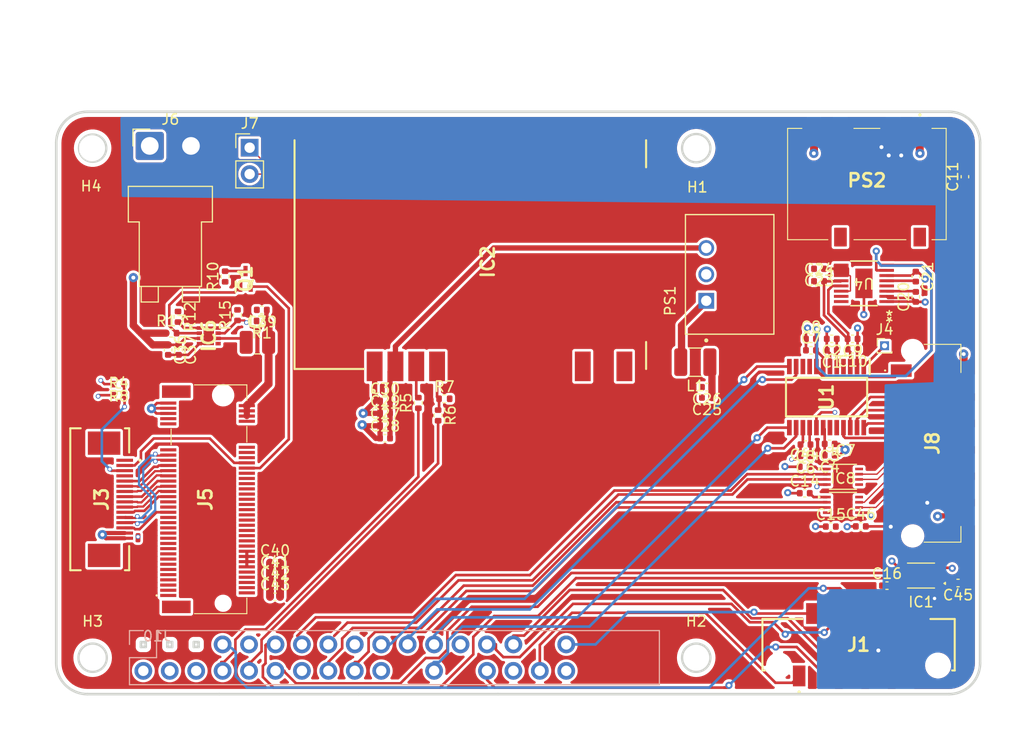
<source format=kicad_pcb>
(kicad_pcb (version 20221018) (generator pcbnew)
  (layers (0 "F.Cu" signal "Front") (1 "In1.Cu" signal) (2 "In2.Cu" signal) (31 "B.Cu" signal "Back") (34 "B.Paste" user) (35 "F.Paste" user) (36 "B.SilkS" user "B.Silkscreen") (37 "F.SilkS" user "F.Silkscreen") (38 "B.Mask" user) (39 "F.Mask" user) (44 "Edge.Cuts" user))
  (net 0 "")
  (net 1 "Net-(U1-REGCAPA)")
  (net 2 "GNDA")
  (net 3 "Net-(U1-REGCAPD)")
  (net 4 "3V3")
  (net 5 "5VADC{slash}SENSOR")
  (net 6 "5VRef")
  (net 7 "5.2V")
  (net 8 "GNDS")
  (net 9 "GNDD")
  (net 10 "Net-(U4-BYPASS)")
  (net 11 "Net-(U4-NR)")
  (net 12 "9V")
  (net 13 "3V3_XBEE")
  (net 14 "Net-(IC6-FB)")
  (net 15 "VCC3V3")
  (net 16 "IN1(5V)")
  (net 17 "IN2(5V)")
  (net 18 "IN2(3.3V)")
  (net 19 "IN1(3.3V)")
  (net 20 "DOUTXBee")
  (net 21 "DINXBee")
  (net 22 "Net-(IC2-DIO9{slash}ON{slash}~{SLEEP})")
  (net 23 "Net-(IC2-DIO6{slash}~{RTS})")
  (net 24 "DIGITAL_OUTPUT_3")
  (net 25 "DIGITAL_OUTPUT_4")
  (net 26 "DIGITAL_INPUT_4")
  (net 27 "DIGITAL_INPUT_3")
  (net 28 "DIGITAL_OUTPUT_1")
  (net 29 "DIGITAL_OUTPUT_2")
  (net 30 "DIGITAL_INPUT_2")
  (net 31 "DIGITAL_INPUT_1")
  (net 32 "AIN4")
  (net 33 "AIN3")
  (net 34 "AIN2")
  (net 35 "AIN1")
  (net 36 "AIN0")
  (net 37 "POWER_BOARD_PORT_RXD")
  (net 38 "Net-(J10-Pin_8)")
  (net 39 "Net-(J10-Pin_10)")
  (net 40 "ADC_SPI_DIN")
  (net 41 "ADC_SPI_DOUT")
  (net 42 "SCLK")
  (net 43 "RPi_SPI_CS")
  (net 44 "POWER_BOARD_PORT_TXD")
  (net 45 "STEERING_WHEEL_PORT_RXD")
  (net 46 "STEERING_WHEEL_PORT_TXD")
  (net 47 "NAVOUT")
  (net 48 "NAVIN")
  (net 49 "Net-(PS1-+VIN)")
  (net 50 "Net-(IC6-LX)")
  (net 53 "5VRAIL")
  (net 54 "PCIE_DET_WAKE")
  (net 55 "PCIE_RST_B")
  (net 56 "PCIE_PWR_EN")
  (net 57 "3V3_PG")
  (net 88 "PCIE0 RX-")
  (net 90 "PCIE0 RX+")
  (net 94 "PCIE0 TX+")
  (net 95 "PCIE_RST_B_SW")
  (net 96 "PCIE_CLKREQ_N")
  (net 97 "PCIE CLK-")
  (net 99 "PCIE CLK+")
  (net 110 "PCIE0 TX-")
  (footprint "Capacitor_SMD:C_0402_1005Metric" (layer "F.Cu") (at 124.206 88.1032 180)
    (fp_text reference "C26")
    (fp_text value "4.7uF")
  )
  (footprint "Resistor_SMD:R_0402_1005Metric" (layer "F.Cu") (at 98.973 89.2187)
    (fp_text reference "R7")
    (fp_text value "100k")
  )
  (footprint "Resistor_SMD:R_0402_1005Metric" (layer "F.Cu") (at 81.4344 81.7336 180)
    (fp_text reference "R1")
    (fp_text value "10k")
  )
  (footprint "Connector_PinHeader_2.54mm:PinHeader_1x02_P2.54mm_Vertical" (layer "F.Cu") (at 80.264 65.0748)
    (fp_text reference "J7")
    (fp_text value "Conn_01x02")
  )
  (footprint "Capacitor_SMD:C_0402_1005Metric" (layer "F.Cu") (at 134.976 76.72 180)
    (fp_text reference "C23")
    (fp_text value "0.1uF")
  )
  (footprint "Resistor_SMD:R_0402_1005Metric" (layer "F.Cu") (at 67.6846 87.8076 180)
    (fp_text reference "R8")
    (fp_text value "6k8")
  )
  (footprint "Capacitor_SMD:C_0402_1005Metric" (layer "F.Cu") (at 133.676 94.72 180)
    (fp_text reference "C6")
    (fp_text value "10uF")
  )
  (footprint "21xt_footprints:CONV_R-78B3.3-1.5" (layer "F.Cu") (at 126.3904 77.2583 90)
    (fp_text reference "PS1")
    (fp_text value "R-78B3.3-1.5L")
  )
  (footprint "Capacitor_SMD:C_0402_1005Metric" (layer "F.Cu") (at 138.99 101.49)
    (fp_text reference "C46")
    (fp_text value "0.1uF")
  )
  (footprint "Capacitor_SMD:C_0402_1005Metric" (layer "F.Cu") (at 93.273 93.0187)
    (fp_text reference "C28")
    (fp_text value "10uF")
  )
  (footprint "Package_SO:VSSOP-8_2.4x2.1mm_P0.5mm" (layer "F.Cu") (at 137.276 96.72)
    (fp_text reference "IC7")
    (fp_text value "SN74LVC2T45DCTTG4")
  )
  (footprint "Resistor_SMD:R_0402_1005Metric" (layer "F.Cu") (at 77.9068 77.4612 90)
    (fp_text reference "R10")
    (fp_text value "33")
  )
  (footprint "Capacitor_SMD:C_0402_1005Metric" (layer "F.Cu") (at 136.001 94.658 180)
    (fp_text reference "C4")
    (fp_text value "1uF")
  )
  (footprint "21xt_footprints:908160012" (layer "F.Cu") (at 145.876 93.495 -90)
    (fp_text reference "J8")
    (fp_text value "Conn_01x12" hide)
  )
  (footprint "Capacitor_SMD:C_0402_1005Metric" (layer "F.Cu") (at 82.7024 106.0704)
    (fp_text reference "C41")
    (fp_text value "10uF")
  )
  (footprint "Capacitor_SMD:C_0402_1005Metric" (layer "F.Cu") (at 136.201 84.558 180)
    (fp_text reference "C1")
    (fp_text value "0.1uF")
  )
  (footprint "Resistor_SMD:R_0402_1005Metric" (layer "F.Cu") (at 79.0956 81.1784 90)
    (fp_text reference "R15")
    (fp_text value "100k")
  )
  (footprint "Connector_PinHeader_1.00mm:PinHeader_1x01_P1.00mm_Vertical" (layer "F.Cu") (at 141.276 84.12)
    (fp_text reference "J4")
    (fp_text value "Conn_01x01_Pin")
  )
  (footprint "Capacitor_SMD:C_0402_1005Metric" (layer "F.Cu") (at 93.273 91.8187)
    (fp_text reference "C27")
    (fp_text value "0.1uF")
  )
  (footprint "Capacitor_SMD:C_0402_1005Metric" (layer "F.Cu") (at 133.604 98.298)
    (fp_text reference "C14")
    (fp_text value "0.1uF")
  )
  (footprint "Capacitor_SMD:C_0402_1005Metric" (layer "F.Cu") (at 82.7024 108.2704)
    (fp_text reference "C43")
    (fp_text value "10uF")
  )
  (footprint "Capacitor_SMD:C_0402_1005Metric" (layer "F.Cu") (at 136.11 101.51)
    (fp_text reference "C15")
    (fp_text value "0.1uF")
  )
  (footprint "21xt_footprints:RLS397" (layer "F.Cu") (at 118.3588 64.35837 90)
    (fp_text reference "IC2")
    (fp_text value "XBP9X-DMUS-011" hide)
  )
  (footprint "Package_SO:VSSOP-8_2.4x2.1mm_P0.5mm" (layer "F.Cu") (at 144.776 106.22 180)
    (fp_text reference "IC1")
    (fp_text value "SN74LVC2T45DCTTG4")
  )
  (footprint "Capacitor_SMD:C_0402_1005Metric" (layer "F.Cu") (at 81.4324 80.6704 180)
    (fp_text reference "C39")
    (fp_text value "15pF")
  )
  (footprint "Capacitor_SMD:C_0402_1005Metric" (layer "F.Cu") (at 136.201 83.458 180)
    (fp_text reference "C2")
    (fp_text value "1uF")
  )
  (footprint "Capacitor_SMD:C_0402_1005Metric" (layer "F.Cu") (at 134.976 77.92)
    (fp_text reference "C24")
    (fp_text value "1uF")
  )
  (footprint "Capacitor_SMD:C_0402_1005Metric" (layer "F.Cu") (at 144.276 79.42 90)
    (fp_text reference "C20")
    (fp_text value "0.1uF")
  )
  (footprint "Capacitor_SMD:C_0402_1005Metric" (layer "F.Cu") (at 82.7024 107.1704)
    (fp_text reference "C42")
    (fp_text value "10uF")
  )
  (footprint "Resistor_SMD:R_0402_1005Metric" (layer "F.Cu") (at 96.473 89.6187 90)
    (fp_text reference "R5")
    (fp_text value "68")
  )
  (footprint "Resistor_SMD:R_0402_1005Metric" (layer "F.Cu") (at 67.6846 88.8744)
    (fp_text reference "R4")
    (fp_text value "3k6")
  )
  (footprint "Capacitor_SMD:C_0402_1005Metric" (layer "F.Cu") (at 141.506 107.188)
    (fp_text reference "C16")
    (fp_text value "0.1uF")
  )
  (footprint "Capacitor_SMD:C_0402_1005Metric" (layer "F.Cu") (at 133.676 93.62 180)
    (fp_text reference "C5")
    (fp_text value "0.1uF")
  )
  (footprint "Capacitor_SMD:C_0402_1005Metric" (layer "F.Cu") (at 72.4344 84.5136 -90)
    (fp_text reference "C36")
    (fp_text value "10uF")
  )
  (footprint "Capacitor_SMD:C_0402_1005Metric" (layer "F.Cu") (at 73.4344 84.5136 -90)
    (fp_text reference "C37")
    (fp_text value "10uF")
  )
  (footprint "Capacitor_SMD:C_0402_1005Metric" (layer "F.Cu") (at 148.336 106.934 180)
    (fp_text reference "C45")
    (fp_text value "0.1uF")
  )
  (footprint "Inductor_SMD:L_1008_2520Metric" (layer "F.Cu") (at 81.0078 83.7936)
    (fp_text reference "L2")
    (fp_text value "2.2uH")
  )
  (footprint "21xt_footprints:ZF5S1601TWT" (layer "F.Cu") (at 65.8558 98.882 -90)
    (fp_text reference "J3")
    (fp_text value "Conn_01x16" hide)
  )
  (footprint "21xt_footprints:SOT50P160X90-3N" (layer "F.Cu") (at 79.8656 77.6852 90)
    (fp_text reference "Q1")
    (fp_text value "DMG1012T-7" hide)
  )
  (footprint "Connector_JST:JST_VH_B2PS-VH_1x02_P3.96mm_Horizontal" (layer "F.Cu") (at 70.664 64.9038)
    (fp_text reference "J6")
    (fp_text value "Conn_01x02")
  )
  (footprint "Capacitor_SMD:C_0402_1005Metric" (layer "F.Cu") (at 144.276 77.47 -90)
    (fp_text reference "C21")
    (fp_text value "0.1uF")
  )
  (footprint "Resistor_SMD:R_0402_1005Metric" (layer "F.Cu") (at 98.373 90.8187 -90)
    (fp_text reference "R6")
    (fp_text value "68")
  )
  (footprint "Capacitor_SMD:C_0402_1005Metric" (layer "F.Cu") (at 93.273 90.6187)
    (fp_text reference "C29")
    (fp_text value "47pF")
  )
  (footprint "MountingHole:MountingHole_2.5mm" (layer "F.Cu") (at 123.176 114.12)
    (fp_text reference "H2")
    (fp_text value "MountingHole")
  )
  (footprint "Capacitor_SMD:C_0402_1005Metric" (layer "F.Cu") (at 138.201 83.458 180)
    (fp_text reference "C9")
    (fp_text value "10uF")
  )
  (footprint "Capacitor_SMD:C_0402_1005Metric" (layer "F.Cu") (at 133.604 95.758)
    (fp_text reference "C44")
    (fp_text value "0.1uF")
  )
  (footprint "Capacitor_SMD:C_0402_1005Metric" (layer "F.Cu") (at 136.001 93.558 180)
    (fp_text reference "C3")
    (fp_text value "0.1uF")
  )
  (footprint "Capacitor_SMD:C_0402_1005Metric" (layer "F.Cu") (at 82.7024 104.9704)
    (fp_text reference "C40")
    (fp_text value "10uF")
  )
  (footprint "21xt_footprints:R2D120509" (layer "F.Cu") (at 139.576 68.57 180)
    (fp_text reference "PS2")
    (fp_text value "R2D12-0509" hide)
  )
  (footprint "21xt_footprints:908160010" (layer "F.Cu") (at 138.776 112.87)
    (fp_text reference "J1")
    (fp_text value "Conn_01x10" hide)
  )
  (footprint "MountingHole:MountingHole_2.5mm" (layer "F.Cu") (at 123.176 65.12)
    (fp_text reference "H1")
    (fp_text value "MountingHole")
  )
  (footprint "21xt_footprints:AP3441LSHE7B" (layer "F.Cu") (at 76.3344 83.1636 -90)
    (fp_text reference "IC6")
    (fp_text value "AP3441LSHE-7B" hide)
  )
  (footprint "Resistor_SMD:R_0402_1005Metric" (layer "F.Cu") (at 72.7294 82.9086)
    (fp_text reference "R17")
    (fp_text value "10k")
  )
  (footprint "MountingHole:MountingHole_2.5mm" (layer "F.Cu") (at 65.1256 65.1256)
    (fp_text reference "H4")
    (fp_text value "MountingHole")
  )
  (footprint "Capacitor_SMD:C_0402_1005Metric" (layer "F.Cu") (at 148.9964 67.8688 90)
    (fp_text reference "C11")
    (fp_text value "0.1uF")
  )
  (footprint "MountingHole:MountingHole_2.5mm" (layer "F.Cu") (at 65.176 114.12)
    (fp_text reference "H3")
    (fp_text value "MountingHole")
  )
  (footprint "21xt_footprints:LT6658AHMSE-2.5-PBF" (layer "F.Cu") (at 139.2916 78.119999 180)
    (fp_text reference "U4")
    (fp_text value "LT6658AHMSE-5-PBF")
  )
  (footprint "Package_SO:VSSOP-8_2.4x2.1mm_P0.5mm" (layer "F.Cu") (at 137.276 99.42)
    (fp_text reference "IC8")
    (fp_text value "SN74LVC2T45DCTTG4")
  )
  (footprint "Inductor_SMD:L_1210_3225Metric" (layer "F.Cu") (at 123.0884 85.6996 180)
    (fp_text reference "L1")
    (fp_text value "3.9uH")
  )
  (footprint "Capacitor_SMD:C_0402_1005Metric" (layer "F.Cu") (at 134.201 84.558)
    (fp_text reference "C7")
    (fp_text value "0.1uF")
  )
  (footprint "Capacitor_SMD:C_0402_1005Metric" (layer "F.Cu") (at 124.206 89.1032 180)
    (fp_text reference "C25")
    (fp_text value "10uF")
  )
  (footprint "Capacitor_SMD:C_0402_1005Metric" (layer "F.Cu") (at 138.201 84.458 180)
    (fp_text reference "C10")
    (fp_text value "0.1uF")
  )
  (footprint "21xt_footprints:MDT275M02001" (layer "F.Cu") (at 77.7158 98.882 90)
    (fp_text reference "J5")
    (fp_text value "MDT275M02001" hide)
  )
  (footprint "Capacitor_SMD:C_0402_1005Metric" (layer "F.Cu") (at 93.273 89.4187)
    (fp_text reference "C30")
    (fp_text value "8.2pF")
  )
  (footprint "Resistor_SMD:R_0402_1005Metric" (layer "F.Cu") (at 73.3794 81.3336 -90)
    (fp_text reference "R12")
    (fp_text value "45k")
  )
  (footprint "21xt_footprints:SOP65P640X120-24N" (layer "F.Cu") (at 135.701 89.058 -90)
    (fp_text reference "U1")
    (fp_text value "AD7175-2BRUZ" hide)
  )
  (footprint "Capacitor_SMD:C_0402_1005Metric" (layer "F.Cu") (at 134.201 83.458)
    (fp_text reference "C8")
    (fp_text value "1uF")
  )
  (footprint "Connector_PinHeader_2.54mm:PinHeader_2x20_P2.54mm_Vertical" (layer "B.Cu") (at 70.046 112.84 -90)
    (fp_text reference "J10")
    (fp_text value "Conn_02x20_Odd_Even")
  )
  (gr_line (start 95.214163 113.081837) (end 95.214163 112.618163) (stroke (width 0.25)) (layer "Edge.Cuts"))
  (gr_line (start 95.214163 112.618163) (end 95.677837 112.618163) (stroke (width 0.25)) (layer "Edge.Cuts"))
  (gr_line (start 70.277837 112.618163) (end 70.277837 113.081837) (stroke (width 0.25)) (layer "Edge.Cuts"))
  (gr_line (start 74.894163 115.158163) (end 75.357837 115.158163) (stroke (width 0.25)) (layer "Edge.Cuts"))
  (gr_line (start 70.277837 115.621837) (end 69.814163 115.621837) (stroke (width 0.25)) (layer "Edge.Cuts"))
  (gr_line (start 97.754163 112.618163) (end 98.217837 112.618163) (stroke (width 0.25)) (layer "Edge.Cuts"))
  (gr_line (start 90.134163 115.158163) (end 90.597837 115.158163) (stroke (width 0.25)) (layer "Edge.Cuts"))
  (gr_arc (start 61.676 64.62) (mid 62.55468 62.49868) (end 64.676 61.62) (stroke (width 0.25)) (layer "Edge.Cuts"))
  (gr_line (start 100.294163 113.081837) (end 100.294163 112.618163) (stroke (width 0.25)) (layer "Edge.Cuts"))
  (gr_line (start 90.726 117.62) (end 104.126 117.62) (stroke (width 0.25)) (layer "Edge.Cuts"))
  (gr_line (start 72.817837 112.618163) (end 72.817837 113.081837) (stroke (width 0.25)) (layer "Edge.Cuts"))
  (gr_line (start 90.134163 113.081837) (end 90.134163 112.618163) (stroke (width 0.25)) (layer "Edge.Cuts"))
  (gr_line (start 85.054163 113.081837) (end 85.054163 112.618163) (stroke (width 0.25)) (layer "Edge.Cuts"))
  (gr_line (start 100.294163 112.618163) (end 100.757837 112.618163) (stroke (width 0.25)) (layer "Edge.Cuts"))
  (gr_line (start 88.057837 113.081837) (end 87.594163 113.081837) (stroke (width 0.25)) (layer "Edge.Cuts"))
  (gr_line (start 90.597837 115.158163) (end 90.597837 115.621837) (stroke (width 0.25)) (layer "Edge.Cuts"))
  (gr_arc (start 147.45468 61.62) (mid 149.576013 62.498673) (end 150.45468 64.62) (stroke (width 0.25)) (layer "Edge.Cuts"))
  (gr_line (start 70.277837 113.081837) (end 69.814163 113.081837) (stroke (width 0.25)) (layer "Edge.Cuts"))
  (gr_line (start 90.597837 112.618163) (end 90.597837 113.081837) (stroke (width 0.25)) (layer "Edge.Cuts"))
  (gr_line (start 85.517837 113.081837) (end 85.054163 113.081837) (stroke (width 0.25)) (layer "Edge.Cuts"))
  (gr_line (start 97.754163 115.158163) (end 98.217837 115.158163) (stroke (width 0.25)) (layer "Edge.Cuts"))
  (gr_line (start 104.126 117.62) (end 147.45468 117.62) (stroke (width 0.25)) (layer "Edge.Cuts"))
  (gr_line (start 90.597837 115.621837) (end 90.134163 115.621837) (stroke (width 0.25)) (layer "Edge.Cuts"))
  (gr_line (start 98.217837 112.618163) (end 98.217837 113.081837) (stroke (width 0.25)) (layer "Edge.Cuts"))
  (gr_line (start 75.357837 115.158163) (end 75.357837 115.621837) (stroke (width 0.25)) (layer "Edge.Cuts"))
  (gr_line (start 110.917837 115.621837) (end 110.454163 115.621837) (stroke (width 0.25)) (layer "Edge.Cuts"))
  (gr_line (start 147.45468 61.62) (end 64.676 61.62) (stroke (width 0.25)) (layer "Edge.Cuts"))
  (gr_line (start 82.514163 115.621837) (end 82.514163 115.158163) (stroke (width 0.25)) (layer "Edge.Cuts"))
  (gr_line (start 105.374163 115.621837) (end 105.374163 115.158163) (stroke (width 0.25)) (layer "Edge.Cuts"))
  (gr_circle (center 123.176 114.12) (end 124.526 114.12) (stroke (width 0.25)) (fill none) (layer "Edge.Cuts"))
  (gr_line (start 69.814163 112.618163) (end 70.277837 112.618163) (stroke (width 0.25)) (layer "Edge.Cuts"))
  (gr_arc (start 150.45468 114.62) (mid 149.576005 116.741349) (end 147.45468 117.62) (stroke (width 0.25)) (layer "Edge.Cuts"))
  (gr_line (start 77.897837 112.618163) (end 77.897837 113.081837) (stroke (width 0.25)) (layer "Edge.Cuts"))
  (gr_line (start 77.434163 113.081837) (end 77.434163 112.618163) (stroke (width 0.25)) (layer "Edge.Cuts"))
  (gr_line (start 100.757837 112.618163) (end 100.757837 113.081837) (stroke (width 0.25)) (layer "Edge.Cuts"))
  (gr_line (start 110.454163 112.618163) (end 110.917837 112.618163) (stroke (width 0.25)) (layer "Edge.Cuts"))
  (gr_line (start 72.817837 113.081837) (end 72.354163 113.081837) (stroke (width 0.25)) (layer "Edge.Cuts"))
  (gr_line (start 93.137837 113.081837) (end 92.674163 113.081837) (stroke (width 0.25)) (layer "Edge.Cuts"))
  (gr_line (start 97.754163 115.621837) (end 97.754163 115.158163) (stroke (width 0.25)) (layer "Edge.Cuts"))
  (gr_line (start 69.814163 115.621837) (end 69.814163 115.158163) (stroke (width 0.25)) (layer "Edge.Cuts"))
  (gr_line (start 85.517837 115.621837) (end 85.054163 115.621837) (stroke (width 0.25)) (layer "Edge.Cuts"))
  (gr_line (start 87.594163 115.158163) (end 88.057837 115.158163) (stroke (width 0.25)) (layer "Edge.Cuts"))
  (gr_line (start 110.454163 115.621837) (end 110.454163 115.158163) (stroke (width 0.25)) (layer "Edge.Cuts"))
  (gr_line (start 105.837837 115.621837) (end 105.374163 115.621837) (stroke (width 0.25)) (layer "Edge.Cuts"))
  (gr_line (start 72.817837 115.621837) (end 72.354163 115.621837) (stroke (width 0.25)) (layer "Edge.Cuts"))
  (gr_line (start 85.054163 112.618163) (end 85.517837 112.618163) (stroke (width 0.25)) (layer "Edge.Cuts"))
  (gr_line (start 103.297837 113.081837) (end 102.834163 113.081837) (stroke (width 0.25)) (layer "Edge.Cuts"))
  (gr_line (start 102.834163 115.621837) (end 102.834163 115.158163) (stroke (width 0.25)) (layer "Edge.Cuts"))
  (gr_line (start 64.676 117.62) (end 77.346 117.62) (stroke (width 0.25)) (layer "Edge.Cuts"))
  (gr_line (start 87.594163 112.618163) (end 88.057837 112.618163) (stroke (width 0.25)) (layer "Edge.Cuts"))
  (gr_line (start 98.217837 113.081837) (end 97.754163 113.081837) (stroke (width 0.25)) (layer "Edge.Cuts"))
  (gr_line (start 110.454163 115.158163) (end 110.917837 115.158163) (stroke (width 0.25)) (layer "Edge.Cuts"))
  (gr_line (start 82.977837 112.618163) (end 82.977837 113.081837) (stroke (width 0.25)) (layer "Edge.Cuts"))
  (gr_line (start 82.514163 113.081837) (end 82.514163 112.618163) (stroke (width 0.25)) (layer "Edge.Cuts"))
  (gr_line (start 88.057837 115.158163) (end 88.057837 115.621837) (stroke (width 0.25)) (layer "Edge.Cuts"))
  (gr_line (start 97.754163 113.081837) (end 97.754163 112.618163) (stroke (width 0.25)) (layer "Edge.Cuts"))
  (gr_line (start 93.137837 115.158163) (end 93.137837 115.621837) (stroke (width 0.25)) (layer "Edge.Cuts"))
  (gr_line (start 82.514163 112.618163) (end 82.977837 112.618163) (stroke (width 0.25)) (layer "Edge.Cuts"))
  (gr_line (start 75.357837 112.618163) (end 75.357837 113.081837) (stroke (width 0.25)) (layer "Edge.Cuts"))
  (gr_line (start 74.894163 112.618163) (end 75.357837 112.618163) (stroke (width 0.25)) (layer "Edge.Cuts"))
  (gr_line (start 107.914163 115.158163) (end 108.377837 115.158163) (stroke (width 0.25)) (layer "Edge.Cuts"))
  (gr_line (start 93.137837 112.618163) (end 93.137837 113.081837) (stroke (width 0.25)) (layer "Edge.Cuts"))
  (gr_line (start 98.217837 115.621837) (end 97.754163 115.621837) (stroke (width 0.25)) (layer "Edge.Cuts"))
  (gr_line (start 87.594163 113.081837) (end 87.594163 112.618163) (stroke (width 0.25)) (layer "Edge.Cuts"))
  (gr_line (start 103.297837 115.621837) (end 102.834163 115.621837) (stroke (width 0.25)) (layer "Edge.Cuts"))
  (gr_line (start 69.814163 115.158163) (end 70.277837 115.158163) (stroke (width 0.25)) (layer "Edge.Cuts"))
  (gr_circle (center 123.176 65.12) (end 124.526 65.12) (stroke (width 0.25)) (fill none) (layer "Edge.Cuts"))
  (gr_line (start 61.676 64.62) (end 61.676 98.220635) (stroke (width 0.25)) (layer "Edge.Cuts"))
  (gr_line (start 102.834163 113.081837) (end 102.834163 112.618163) (stroke (width 0.25)) (layer "Edge.Cuts"))
  (gr_line (start 82.514163 115.158163) (end 82.977837 115.158163) (stroke (width 0.25)) (layer "Edge.Cuts"))
  (gr_line (start 103.297837 112.618163) (end 103.297837 113.081837) (stroke (width 0.25)) (layer "Edge.Cuts"))
  (gr_line (start 92.674163 115.158163) (end 93.137837 115.158163) (stroke (width 0.25)) (layer "Edge.Cuts"))
  (gr_line (start 88.057837 112.618163) (end 88.057837 113.081837) (stroke (width 0.25)) (layer "Edge.Cuts"))
  (gr_line (start 72.354163 115.158163) (end 72.817837 115.158163) (stroke (width 0.25)) (layer "Edge.Cuts"))
  (gr_line (start 108.377837 115.621837) (end 107.914163 115.621837) (stroke (width 0.25)) (layer "Edge.Cuts"))
  (gr_line (start 79.974163 112.618163) (end 80.437837 112.618163) (stroke (width 0.25)) (layer "Edge.Cuts"))
  (gr_line (start 102.834163 112.618163) (end 103.297837 112.618163) (stroke (width 0.25)) (layer "Edge.Cuts"))
  (gr_line (start 72.354163 115.621837) (end 72.354163 115.158163) (stroke (width 0.25)) (layer "Edge.Cuts"))
  (gr_line (start 95.677837 112.618163) (end 95.677837 113.081837) (stroke (width 0.25)) (layer "Edge.Cuts"))
  (gr_line (start 79.974163 115.621837) (end 79.974163 115.158163) (stroke (width 0.25)) (layer "Edge.Cuts"))
  (gr_circle (center 65.176 65.12) (end 66.476 65.12) (stroke (width 0.25)) (fill none) (layer "Edge.Cuts"))
  (gr_line (start 79.974163 115.158163) (end 80.437837 115.158163) (stroke (width 0.25)) (layer "Edge.Cuts"))
  (gr_line (start 85.054163 115.158163) (end 85.517837 115.158163) (stroke (width 0.25)) (layer "Edge.Cuts"))
  (gr_line (start 92.674163 112.618163) (end 93.137837 112.618163) (stroke (width 0.25)) (layer "Edge.Cuts"))
  (gr_line (start 82.977837 115.158163) (end 82.977837 115.621837) (stroke (width 0.25)) (layer "Edge.Cuts"))
  (gr_line (start 74.894163 113.081837) (end 74.894163 112.618163) (stroke (width 0.25)) (layer "Edge.Cuts"))
  (gr_line (start 77.346 117.62) (end 90.726 117.62) (stroke (width 0.25)) (layer "Edge.Cuts"))
  (gr_line (start 77.897837 113.081837) (end 77.434163 113.081837) (stroke (width 0.25)) (layer "Edge.Cuts"))
  (gr_line (start 110.917837 113.081837) (end 110.454163 113.081837) (stroke (width 0.25)) (layer "Edge.Cuts"))
  (gr_line (start 85.054163 115.621837) (end 85.054163 115.158163) (stroke (width 0.25)) (layer "Edge.Cuts"))
  (gr_line (start 80.437837 113.081837) (end 79.974163 113.081837) (stroke (width 0.25)) (layer "Edge.Cuts"))
  (gr_line (start 88.057837 115.621837) (end 87.594163 115.621837) (stroke (width 0.25)) (layer "Edge.Cuts"))
  (gr_line (start 150.45468 114.62) (end 150.45468 64.62) (stroke (width 0.25)) (layer "Edge.Cuts"))
  (gr_line (start 105.374163 113.081837) (end 105.374163 112.618163) (stroke (width 0.25)) (layer "Edge.Cuts"))
  (gr_line (start 90.134163 115.621837) (end 90.134163 115.158163) (stroke (width 0.25)) (layer "Edge.Cuts"))
  (gr_arc (start 64.676 117.62) (mid 62.55468 116.74132) (end 61.676 114.62) (stroke (width 0.25)) (layer "Edge.Cuts"))
  (gr_line (start 105.837837 113.081837) (end 105.374163 113.081837) (stroke (width 0.25)) (layer "Edge.Cuts"))
  (gr_line (start 79.974163 113.081837) (end 79.974163 112.618163) (stroke (width 0.25)) (layer "Edge.Cuts"))
  (gr_line (start 77.434163 115.158163) (end 77.897837 115.158163) (stroke (width 0.25)) (layer "Edge.Cuts"))
  (gr_line (start 77.897837 115.158163) (end 77.897837 115.621837) (stroke (width 0.25)) (layer "Edge.Cuts"))
  (gr_line (start 103.297837 115.158163) (end 103.297837 115.621837) (stroke (width 0.25)) (layer "Edge.Cuts"))
  (gr_line (start 74.894163 115.621837) (end 74.894163 115.158163) (stroke (width 0.25)) (layer "Edge.Cuts"))
  (gr_line (start 105.374163 115.158163) (end 105.837837 115.158163) (stroke (width 0.25)) (layer "Edge.Cuts"))
  (gr_line (start 80.437837 115.621837) (end 79.974163 115.621837) (stroke (width 0.25)) (layer "Edge.Cuts"))
  (gr_line (start 92.674163 115.621837) (end 92.674163 115.158163) (stroke (width 0.25)) (layer "Edge.Cuts"))
  (gr_line (start 95.677837 113.081837) (end 95.214163 113.081837) (stroke (width 0.25)) (layer "Edge.Cuts"))
  (gr_line (start 85.517837 115.158163) (end 85.517837 115.621837) (stroke (width 0.25)) (layer "Edge.Cuts"))
  (gr_line (start 90.134163 112.618163) (end 90.597837 112.618163) (stroke (width 0.25)) (layer "Edge.Cuts"))
  (gr_line (start 93.137837 115.621837) (end 92.674163 115.621837) (stroke (width 0.25)) (layer "Edge.Cuts"))
  (gr_circle (center 65.176 114.12) (end 66.526 114.12) (stroke (width 0.25)) (fill none) (layer "Edge.Cuts"))
  (gr_line (start 82.977837 115.621837) (end 82.514163 115.621837) (stroke (width 0.25)) (layer "Edge.Cuts"))
  (gr_line (start 75.357837 113.081837) (end 74.894163 113.081837) (stroke (width 0.25)) (layer "Edge.Cuts"))
  (gr_line (start 70.277837 115.158163) (end 70.277837 115.621837) (stroke (width 0.25)) (layer "Edge.Cuts"))
  (gr_line (start 107.914163 115.621837) (end 107.914163 115.158163) (stroke (width 0.25)) (layer "Edge.Cuts"))
  (gr_line (start 87.594163 115.621837) (end 87.594163 115.158163) (stroke (width 0.25)) (layer "Edge.Cuts"))
  (gr_line (start 80.437837 115.158163) (end 80.437837 115.621837) (stroke (width 0.25)) (layer "Edge.Cuts"))
  (gr_line (start 77.434163 112.618163) (end 77.897837 112.618163) (stroke (width 0.25)) (layer "Edge.Cuts"))
  (gr_line (start 82.977837 113.081837) (end 82.514163 113.081837) (stroke (width 0.25)) (layer "Edge.Cuts"))
  (gr_line (start 75.357837 115.621837) (end 74.894163 115.621837) (stroke (width 0.25)) (layer "Edge.Cuts"))
  (gr_line (start 105.837837 112.618163) (end 105.837837 113.081837) (stroke (width 0.25)) (layer "Edge.Cuts"))
  (gr_line (start 105.837837 115.158163) (end 105.837837 115.621837) (stroke (width 0.25)) (layer "Edge.Cuts"))
  (gr_line (start 110.454163 113.081837) (end 110.454163 112.618163) (stroke (width 0.25)) (layer "Edge.Cuts"))
  (gr_line (start 72.354163 113.081837) (end 72.354163 112.618163) (stroke (width 0.25)) (layer "Edge.Cuts"))
  (gr_line (start 80.437837 112.618163) (end 80.437837 113.081837) (stroke (width 0.25)) (layer "Edge.Cuts"))
  (gr_line (start 92.674163 113.081837) (end 92.674163 112.618163) (stroke (width 0.25)) (layer "Edge.Cuts"))
  (gr_line (start 110.917837 112.618163) (end 110.917837 113.081837) (stroke (width 0.25)) (layer "Edge.Cuts"))
  (gr_line (start 72.354163 112.618163) (end 72.817837 112.618163) (stroke (width 0.25)) (layer "Edge.Cuts"))
  (gr_line (start 90.597837 113.081837) (end 90.134163 113.081837) (stroke (width 0.25)) (layer "Edge.Cuts"))
  (gr_line (start 61.676 98.220635) (end 61.676 114.62) (stroke (width 0.25)) (layer "Edge.Cuts"))
  (gr_line (start 85.517837 112.618163) (end 85.517837 113.081837) (stroke (width 0.25)) (layer "Edge.Cuts"))
  (gr_line (start 108.377837 115.158163) (end 108.377837 115.621837) (stroke (width 0.25)) (layer "Edge.Cuts"))
  (gr_line (start 98.217837 115.158163) (end 98.217837 115.621837) (stroke (width 0.25)) (layer "Edge.Cuts"))
  (gr_line (start 110.917837 115.158163) (end 110.917837 115.621837) (stroke (width 0.25)) (layer "Edge.Cuts"))
  (gr_line (start 105.374163 112.618163) (end 105.837837 112.618163) (stroke (width 0.25)) (layer "Edge.Cuts"))
  (gr_line (start 77.434163 115.621837) (end 77.434163 115.158163) (stroke (width 0.25)) (layer "Edge.Cuts"))
  (gr_line (start 77.897837 115.621837) (end 77.434163 115.621837) (stroke (width 0.25)) (layer "Edge.Cuts"))
  (gr_line (start 100.757837 113.081837) (end 100.294163 113.081837) (stroke (width 0.25)) (layer "Edge.Cuts"))
  (gr_line (start 69.814163 113.081837) (end 69.814163 112.618163) (stroke (width 0.25)) (layer "Edge.Cuts"))
  (gr_line (start 72.817837 115.158163) (end 72.817837 115.621837) (stroke (width 0.25)) (layer "Edge.Cuts"))
  (gr_line (start 102.834163 115.158163) (end 103.297837 115.158163) (stroke (width 0.25)) (layer "Edge.Cuts"))
  (segment (start 136.676 86.12) (end 136.676 84.563) (width 0.254) (layer "F.Cu") (net 1))
  (segment (start 136.676 84.563) (end 136.681 84.558) (width 0.254) (layer "F.Cu") (net 1))
  (segment (start 136.681 84.558) (end 136.681 83.458) (width 0.254) (layer "F.Cu") (net 1))
  (segment (start 133.721 83.458) (end 133.721 82.575) (width 0.254) (layer "F.Cu") (net 2))
  (segment (start 144.276 76.99) (end 144.446 76.99) (width 0.254) (layer "F.Cu") (net 2))
  (segment (start 138.681 83.458) (end 138.681 82.425) (width 0.254) (layer "F.Cu") (net 2))
  (segment (start 143.895999 77.370001) (end 144.276 76.99) (width 0.254) (layer "F.Cu") (net 2))
  (segment (start 133.426 93.39) (end 133.196 93.62) (width 0.254) (layer "F.Cu") (net 2))
  (segment (start 138.626 84.513) (end 138.681 84.458) (width 0.254) (layer "F.Cu") (net 2))
  (segment (start 138.681 84.458) (end 138.681 83.458) (width 0.254) (layer "F.Cu") (net 2))
  (segment (start 133.196 93.62) (end 133.196 94.72) (width 0.254) (layer "F.Cu") (net 2))
  (segment (start 133.426 91.996) (end 133.426 93.39) (width 0.254) (layer "F.Cu") (net 2))
  (segment (start 144.446 76.99) (end 145.176 77.72) (width 0.254) (layer "F.Cu") (net 2))
  (segment (start 135.721 84.558) (end 135.721 83.458) (width 0.254) (layer "F.Cu") (net 2))
  (segment (start 132.6896 95.0468) (end 133.0164 94.72) (width 0.254) (layer "F.Cu") (net 2))
  (segment (start 138.681 82.425) (end 138.676 82.42) (width 0.254) (layer "F.Cu") (net 2))
  (segment (start 144.246001 79.870001) (end 144.276 79.9) (width 0.254) (layer "F.Cu") (net 2))
  (segment (start 141.476 79.870001) (end 144.246001 79.870001) (width 0.254) (layer "F.Cu") (net 2))
  (segment (start 139.2916 81.1044) (end 139.276 81.12) (width 0.254) (layer "F.Cu") (net 2))
  (segment (start 135.721 82.575) (end 135.776 82.52) (width 0.254) (layer "F.Cu") (net 2))
  (segment (start 132.334 95.0468) (end 132.6896 95.0468) (width 0.254) (layer "F.Cu") (net 2))
  (segment (start 141.626001 79.52) (end 143.896 79.52) (width 0.254) (layer "F.Cu") (net 2))
  (segment (start 136.026 86.12) (end 136.026 84.863) (width 0.254) (layer "F.Cu") (net 2))
  (segment (start 143.896 79.52) (end 144.276 79.9) (width 0.254) (layer "F.Cu") (net 2))
  (segment (start 133.0164 94.72) (end 133.196 94.72) (width 0.254) (layer "F.Cu") (net 2))
  (segment (start 141.476 79.369999) (end 141.626001 79.52) (width 0.254) (layer "F.Cu") (net 2))
  (segment (start 144.276 79.9) (end 145.156 79.9) (width 0.254) (layer "F.Cu") (net 2))
  (segment (start 135.721 83.458) (end 135.721 82.575) (width 0.254) (layer "F.Cu") (net 2))
  (segment (start 133.721 84.558) (end 133.721 83.458) (width 0.254) (layer "F.Cu") (net 2))
  (segment (start 148.876 84.92) (end 148.876 87.78) (width 0.762) (layer "F.Cu") (net 2))
  (segment (start 141.476 77.370001) (end 143.895999 77.370001) (width 0.254) (layer "F.Cu") (net 2))
  (segment (start 133.721 82.575) (end 133.876 82.42) (width 0.254) (layer "F.Cu") (net 2))
  (segment (start 138.626 86.12) (end 138.626 84.513) (width 0.254) (layer "F.Cu") (net 2))
  (segment (start 139.2916 78.119999) (end 139.2916 81.1044) (width 0.254) (layer "F.Cu") (net 2))
  (segment (start 136.026 84.863) (end 135.721 84.558) (width 0.254) (layer "F.Cu") (net 2))
  (segment (start 145.156 79.9) (end 145.176 79.92) (width 0.254) (layer "F.Cu") (net 2))
  (via (at 135.776 82.52) (size 0.6858) (drill 0.3302) (layers "F.Cu" "B.Cu") (net 2))
  (via (at 139.276 81.12) (size 0.6858) (drill 0.3302) (layers "F.Cu" "B.Cu") (net 2))
  (via (at 138.676 82.42) (size 0.6858) (drill 0.3302) (layers "F.Cu" "B.Cu") (net 2))
  (via (at 148.876 84.92) (size 0.889) (drill 0.381) (layers "F.Cu" "B.Cu") (net 2))
  (via (at 133.876 82.42) (size 0.6858) (drill 0.3302) (layers "F.Cu" "B.Cu") (net 2))
  (via (at 145.176 77.72) (size 0.6858) (drill 0.3302) (layers "F.Cu" "B.Cu") (net 2))
  (via (at 145.176 79.92) (size 0.6858) (drill 0.3302) (layers "F.Cu" "B.Cu") (net 2))
  (via (at 132.334 95.0468) (size 0.45) (drill 0.3) (layers "F.Cu" "B.Cu") (net 2))
  (segment (start 135.521 93.558) (end 135.521 92.141) (width 0.254) (layer "F.Cu") (net 3))
  (segment (start 135.521 94.658) (end 135.521 93.558) (width 0.254) (layer "F.Cu") (net 3))
  (segment (start 135.521 92.141) (end 135.376 91.996) (width 0.254) (layer "F.Cu") (net 3))
  (segment (start 134.456 98.67) (end 134.084 98.298) (width 0.254) (layer "F.Cu") (net 4))
  (segment (start 135.726 95.97) (end 134.832 95.97) (width 0.254) (layer "F.Cu") (net 4))
  (segment (start 134.832 95.97) (end 134.62 95.758) (width 0.254) (layer "F.Cu") (net 4))
  (segment (start 134.076 93.54) (end 134.156 93.62) (width 0.254) (layer "F.Cu") (net 4))
  (segment (start 135.726 98.67) (end 134.456 98.67) (width 0.254) (layer "F.Cu") (net 4))
  (segment (start 134.076 91.996) (end 134.076 93.54) (width 0.254) (layer "F.Cu") (net 4))
  (segment (start 134.62 95.758) (end 134.084 95.758) (width 0.254) (layer "F.Cu") (net 4))
  (segment (start 134.156 94.72) (end 134.156 93.62) (width 0.254) (layer "F.Cu") (net 4))
  (segment (start 140.525999 76.869999) (end 140.476 76.82) (width 0.254) (layer "F.Cu") (net 5))
  (segment (start 135.3845 87.12) (end 134.726 86.4615) (width 0.254) (layer "F.Cu") (net 5))
  (segment (start 141.476 76.37) (end 144.826 76.37) (width 0.254) (layer "F.Cu") (net 5))
  (segment (start 140.476 76.82) (end 140.476 75.02) (width 0.254) (layer "F.Cu") (net 5))
  (segment (start 135.376 85.253) (end 134.681 84.558) (width 0.254) (layer "F.Cu") (net 5))
  (segment (start 142.876 86.51) (end 142.266 87.12) (width 0.254) (layer "F.Cu") (net 5))
  (segment (start 134.681 82.615) (end 134.776 82.52) (width 0.254) (layer "F.Cu") (net 5))
  (segment (start 135.376 86.12) (end 135.376 85.253) (width 0.254) (layer "F.Cu") (net 5))
  (segment (start 141.476 76.869999) (end 140.525999 76.869999) (width 0.254) (layer "F.Cu") (net 5))
  (segment (start 144.826 76.37) (end 145.776 77.32) (width 0.254) (layer "F.Cu") (net 5))
  (segment (start 134.681 84.558) (end 134.681 83.458) (width 0.254) (layer "F.Cu") (net 5))
  (segment (start 134.681 83.458) (end 134.681 82.615) (width 0.254) (layer "F.Cu") (net 5))
  (segment (start 134.726 84.603) (end 134.681 84.558) (width 0.254) (layer "F.Cu") (net 5))
  (segment (start 135.376 87.1115) (end 135.376 86.12) (width 0.254) (layer "F.Cu") (net 5))
  (segment (start 134.726 86.12) (end 134.726 84.603) (width 0.254) (layer "F.Cu") (net 5))
  (segment (start 143.821595 86.51) (end 142.876 86.51) (width 0.254) (layer "F.Cu") (net 5))
  (segment (start 135.3845 87.12) (end 135.376 87.1115) (width 0.254) (layer "F.Cu") (net 5))
  (segment (start 142.266 87.12) (end 135.3845 87.12) (width 0.254) (layer "F.Cu") (net 5))
  (segment (start 145.776 77.32) (end 145.776 84.555595) (width 0.254) (layer "F.Cu") (net 5))
  (segment (start 145.776 84.555595) (end 143.821595 86.51) (width 0.254) (layer "F.Cu") (net 5))
  (segment (start 134.726 86.4615) (end 134.726 86.12) (width 0.254) (layer "F.Cu") (net 5))
  (via (at 134.776 82.52) (size 0.6858) (drill 0.3302) (layers "F.Cu" "B.Cu") (net 5))
  (via (at 140.476 75.02) (size 0.6858) (drill 0.3302) (layers "F.Cu" "B.Cu") (net 5))
  (segment (start 140.476 75.02) (end 140.476 75.92) (width 0.254) (layer "B.Cu") (net 5))
  (segment (start 144.876 76.42) (end 145.776 77.32) (width 0.254) (layer "B.Cu") (net 5))
  (segment (start 135.676 87.02) (end 134.776 86.12) (width 0.254) (layer "B.Cu") (net 5))
  (segment (start 143.311595 87.02) (end 135.676 87.02) (width 0.254) (layer "B.Cu") (net 5))
  (segment (start 140.976 76.42) (end 144.876 76.42) (width 0.254) (layer "B.Cu") (net 5))
  (segment (start 145.776 77.32) (end 145.776 84.555595) (width 0.254) (layer "B.Cu") (net 5))
  (segment (start 145.776 84.555595) (end 143.311595 87.02) (width 0.254) (layer "B.Cu") (net 5))
  (segment (start 140.476 75.92) (end 140.976 76.42) (width 0.254) (layer "B.Cu") (net 5))
  (segment (start 134.776 86.12) (end 134.776 82.52) (width 0.254) (layer "B.Cu") (net 5))
  (segment (start 137.721 83.458) (end 135.456 81.193) (width 0.254) (layer "F.Cu") (net 6))
  (segment (start 137.776 83.403) (end 137.721 83.458) (width 0.254) (layer "F.Cu") (net 6))
  (segment (start 135.876 81.02) (end 137.776 82.92) (width 0.254) (layer "F.Cu") (net 6))
  (segment (start 137.721 84.458) (end 137.721 83.458) (width 0.254) (layer "F.Cu") (net 6))
  (segment (start 135.876 78.754997) (end 135.876 81.02) (width 0.254) (layer "F.Cu") (net 6))
  (segment (start 137.976 86.12) (end 137.976 84.713) (width 0.254) (layer "F.Cu") (net 6))
  (segment (start 137.057199 77.92) (end 137.1072 77.869999) (width 0.254) (layer "F.Cu") (net 6))
  (segment (start 137.976 84.713) (end 137.721 84.458) (width 0.254) (layer "F.Cu") (net 6))
  (segment (start 137.1072 78.369999) (end 136.260998 78.369999) (width 0.254) (layer "F.Cu") (net 6))
  (segment (start 137.776 82.92) (end 137.776 83.403) (width 0.254) (layer "F.Cu") (net 6))
  (segment (start 135.456 77.92) (end 137.057199 77.92) (width 0.254) (layer "F.Cu") (net 6))
  (segment (start 135.456 81.193) (end 135.456 77.92) (width 0.254) (layer "F.Cu") (net 6))
  (segment (start 136.260998 78.369999) (end 135.876 78.754997) (width 0.254) (layer "F.Cu") (net 6))
  (segment (start 141.076 64.92) (end 140.976 65.02) (width 0.762) (layer "F.Cu") (net 7))
  (segment (start 69.2294 82.3086) (end 69.6169 82.6961) (width 0.7) (layer "F.Cu") (net 7))
  (segment (start 140.686 113.43) (end 140.676 113.42) (width 0.508) (layer "F.Cu") (net 7))
  (segment (start 143.764 65.118) (end 143.764 66.3956) (width 0.4) (layer "F.Cu") (net 7))
  (segment (start 141.84 101.49) (end 141.87 101.52) (width 0.254) (layer "F.Cu") (net 7))
  (segment (start 142.116 64.92) (end 142.116 65.06) (width 0.762) (layer "F.Cu") (net 7))
  (segment (start 142.876 99.21) (end 145.366 99.21) (width 0.508) (layer "F.Cu") (net 7))
  (segment (start 146.326 106.97) (end 146.326 108.17) (width 0.254) (layer "F.Cu") (net 7))
  (segment (start 144.7572 67.3888) (end 148.9964 67.3888) (width 0.4) (layer "F.Cu") (net 7))
  (segment (start 72.2194 82.9086) (end 69.8294 82.9086) (width 0.7) (layer "F.Cu") (net 7))
  (segment (start 70.9544 84.0336) (end 69.6169 82.6961) (width 0.7) (layer "F.Cu") (net 7))
  (segment (start 139.47 101.49) (end 141.84 101.49) (width 0.254) (layer "F.Cu") (net 7))
  (segment (start 69.8294 82.9086) (end 69.6169 82.6961) (width 0.254) (layer "F.Cu") (net 7))
  (segment (start 142.116 63.47) (end 142.116 64.92) (width 0.762) (layer "F.Cu") (net 7))
  (segment (start 69.2294 82.3086) (end 69.088 82.1672) (width 0.7) (layer "F.Cu") (net 7))
  (segment (start 142.116 65.38) (end 141.676 65.82) (width 0.762) (layer "F.Cu") (net 7))
  (segment (start 145.366 99.21) (end 145.376 99.22) (width 0.508) (layer "F.Cu") (net 7))
  (segment (start 73.4344 84.0336) (end 74.0544 83.4136) (width 0.254) (layer "F.Cu") (net 7))
  (segment (start 146.326 108.17) (end 146.076 108.42) (width 0.254) (layer "F.Cu") (net 7))
  (segment (start 142.116 64.92) (end 141.076 64.92) (width 0.762) (layer "F.Cu") (net 7))
  (segment (start 142.116 63.47) (end 143.764 65.118) (width 0.4) (layer "F.Cu") (net 7))
  (segment (start 142.116 65.06) (end 142.876 65.82) (width 0.762) (layer "F.Cu") (net 7))
  (segment (start 72.4344 84.0336) (end 70.9544 84.0336) (width 0.7) (layer "F.Cu") (net 7))
  (segment (start 124.686 89.1032) (end 124.686 85.8972) (width 0.7) (layer "F.Cu") (net 7))
  (segment (start 143.764 66.3956) (end 144.7572 67.3888) (width 0.4) (layer "F.Cu") (net 7))
  (segment (start 74.0544 83.4136) (end 75.4344 83.4136) (width 0.254) (layer "F.Cu") (net 7))
  (segment (start 142.116 64.92) (end 142.116 65.38) (width 0.762) (layer "F.Cu") (net 7))
  (segment (start 73.4344 84.0336) (end 72.4344 84.0336) (width 0.254) (layer "F.Cu") (net 7))
  (segment (start 140.686 115.87) (end 140.686 113.43) (width 0.508) (layer "F.Cu") (net 7))
  (segment (start 124.686 85.8972) (end 124.4884 85.6996) (width 0.25) (layer "F.Cu") (net 7))
  (segment (start 69.088 82.1672) (end 69.088 77.5716) (width 0.7) (layer "F.Cu") (net 7))
  (via (at 142.876 65.82) (size 0.889) (drill 0.381) (layers "F.Cu" "B.Cu") (net 7))
  (via (at 146.076 108.42) (size 0.6858) (drill 0.3302) (layers "F.Cu" "B.Cu") (net 7))
  (via (at 140.976 65.02) (size 0.889) (drill 0.381) (layers "F.Cu" "B.Cu") (net 7))
  (via (at 145.376 99.22) (size 0.889) (drill 0.381) (layers "F.Cu" "B.Cu") (net 7))
  (via (at 69.088 77.5716) (size 0.889) (drill 0.381) (layers "F.Cu" "B.Cu") (net 7))
  (via (at 141.87 101.52) (size 0.889) (drill 0.381) (layers "F.Cu" "B.Cu") (net 7))
  (via (at 141.676 65.82) (size 0.889) (drill 0.381) (layers "F.Cu" "B.Cu") (net 7))
  (via (at 140.676 113.42) (size 0.889) (drill 0.381) (layers "F.Cu" "B.Cu") (net 7))
  (via (at 69.5338 102.486) (size 0.45) (drill 0.3) (layers "F.Cu" "B.Cu") (net 7))
  (segment (start 69.122664 101.632) (end 69.249664 101.759) (width 0.25) (layer "F.Cu") (net 8))
  (segment (start 71.3578 89.632) (end 70.8338 90.156) (width 0.254) (layer "F.Cu") (net 8))
  (segment (start 72.4408 90.632) (end 71.3098 90.632) (width 0.254) (layer "F.Cu") (net 8))
  (segment (start 68.2558 97.132) (end 69.6886 97.132) (width 0.25) (layer "F.Cu") (net 8))
  (segment (start 71.409917 97.132) (end 72.4408 97.132) (width 0.25) (layer "F.Cu") (net 8))
  (segment (start 68.2558 98.632) (end 69.909917 98.632) (width 0.25) (layer "F.Cu") (net 8))
  (segment (start 71.3098 90.632) (end 70.8338 90.156) (width 0.254) (layer "F.Cu") (net 8))
  (segment (start 75.4344 83.9136) (end 75.9384 83.9136) (width 0.254) (layer "F.Cu") (net 8))
  (segment (start 75.9384 83.9136) (end 76.3344 83.5176) (width 0.254) (layer "F.Cu") (net 8))
  (segment (start 72.4344 84.9936) (end 73.4344 84.9936) (width 0.254) (layer "F.Cu") (net 8))
  (segment (start 69.119836 100.132) (end 69.252236 99.9996) (width 0.25) (layer "F.Cu") (net 8))
  (segment (start 69.6886 97.132) (end 71.0616 95.759) (width 0.25) (layer "F.Cu") (net 8))
  (segment (start 71.3114 100.132) (end 72.4408 100.132) (width 0.25) (layer "F.Cu") (net 8))
  (segment (start 71.5078 98.632) (end 72.4408 98.632) (width 0.25) (layer "F.Cu") (net 8))
  (segment (start 74.3544 84.9936) (end 75.4344 83.9136) (width 0.254) (layer "F.Cu") (net 8))
  (segment (start 69.252236 99.9996) (end 70.1402 99.9996) (width 0.25) (layer "F.Cu") (net 8))
  (segment (start 73.4344 84.9936) (end 74.3544 84.9936) (width 0.254) (layer "F.Cu") (net 8))
  (segment (start 71.416243 95.759) (end 71.543243 95.632) (width 0.25) (layer "F.Cu") (net 8))
  (segment (start 68.2558 101.632) (end 69.122664 101.632) (width 0.25) (layer "F.Cu") (net 8))
  (segment (start 69.249664 101.759) (end 69.6844 101.759) (width 0.25) (layer "F.Cu") (net 8))
  (segment (start 72.4408 89.632) (end 71.3578 89.632) (width 0.254) (layer "F.Cu") (net 8))
  (segment (start 72.4408 90.132) (end 70.8578 90.132) (width 0.254) (layer "F.Cu") (net 8))
  (segment (start 69.6844 101.759) (end 71.3114 100.132) (width 0.25) (layer "F.Cu") (net 8))
  (segment (start 66.313 87.8076) (end 65.9574 87.452) (width 0.25) (layer "F.Cu") (net 8))
  (segment (start 68.2558 100.132) (end 69.119836 100.132) (width 0.25) (layer "F.Cu") (net 8))
  (segment (start 70.8578 90.132) (end 70.8338 90.156) (width 0.254) (layer "F.Cu") (net 8))
  (segment (start 83.1824 107.1704) (end 83.1824 106.0704) (width 0.762) (layer "F.Cu") (net 8))
  (segment (start 83.1824 106.0704) (end 83.1824 104.9704) (width 0.762) (layer "F.Cu") (net 8))
  (segment (start 71.0616 95.759) (end 71.416243 95.759) (width 0.25) (layer "F.Cu") (net 8))
  (segment (start 83.1824 108.2704) (end 83.1824 107.1704) (width 0.762) (layer "F.Cu") (net 8))
  (segment (start 69.909917 98.632) (end 71.409917 97.132) (width 0.25) (layer "F.Cu") (net 8))
  (segment (start 76.3344 83.5176) (end 76.3344 83.1636) (width 0.254) (layer "F.Cu") (net 8))
  (segment (start 67.1746 87.8076) (end 66.313 87.8076) (width 0.25) (layer "F.Cu") (net 8))
  (segment (start 71.543243 95.632) (end 72.4408 95.632) (width 0.25) (layer "F.Cu") (net 8))
  (segment (start 70.1402 99.9996) (end 71.5078 98.632) (width 0.25) (layer "F.Cu") (net 8))
  (via (at 65.9574 87.452) (size 0.45) (drill 0.3) (layers "F.Cu" "B.Cu") (net 8))
  (via (at 70.8338 90.156) (size 0.889) (drill 0.381) (layers "F.Cu" "B.Cu") (net 8))
  (segment (start 139.74 100.17) (end 138.826 100.17) (width 0.254) (layer "F.Cu") (net 9))
  (segment (start 131.7 95.73) (end 131.728 95.758) (width 0.254) (layer "F.Cu") (net 9))
  (segment (start 92.793 91.8187) (end 91.173 91.8187) (width 0.508) (layer "F.Cu") (net 9))
  (segment (start 90.273 64.61237) (end 90.273 63.7147) (width 0.254) (layer "F.Cu") (net 9))
  (segment (start 136.914 93.558) (end 137.476 94.12) (width 0.254) (layer "F.Cu") (net 9))
  (segment (start 137.71 101.49) (end 137.68 101.52) (width 0.254) (layer "F.Cu") (net 9))
  (segment (start 142.626 105.47) (end 143.226 105.47) (width 0.254) (layer "F.Cu") (net 9))
  (segment (start 134.496 63.47) (end 134.496 65.6) (width 0.762) (layer "F.Cu") (net 9))
  (segment (start 148.876 100.48) (end 146.416 100.48) (width 0.508) (layer "F.Cu") (net 9))
  (segment (start 92.793 90.6187) (end 91.173 90.6187) (width 0.508) (layer "F.Cu") (net 9))
  (segment (start 147.726 105.47) (end 147.776 105.52) (width 0.254) (layer "F.Cu") (net 9))
  (segment (start 92.793 89.4187) (end 92.793 90.6187) (width 0.508) (layer "F.Cu") (net 9))
  (segment (start 134.496 65.6) (end 134.476 65.62) (width 0.762) (layer "F.Cu") (net 9))
  (segment (start 131.728 95.758) (end 133.124 95.758) (width 0.254) (layer "F.Cu") (net 9))
  (segment (start 132.018 98.298) (end 131.97 98.25) (width 0.254) (layer "F.Cu") (net 9))
  (segment (start 92.373 93.0187) (end 91.073 91.7187) (width 0.508) (layer "F.Cu") (net 9))
  (segment (start 135.2089 90.5256) (end 136.4996 90.5256) (width 0.25) (layer "F.Cu") (net 9))
  (segment (start 92.273 86.10077) (end 92.273 88.8987) (width 0.508) (layer "F.Cu") (net 9))
  (segment (start 144.656 65.6) (end 144.676 65.62) (width 0.762) (layer "F.Cu") (net 9))
  (segment (start 136.481 94.658) (end 136.938 94.658) (width 0.254) (layer "F.Cu") (net 9))
  (segment (start 139.985 100.415) (end 139.74 100.17) (width 0.254) (layer "F.Cu") (net 9))
  (segment (start 135.726 97.47) (end 134.964698 97.47) (width 0.254) (layer "F.Cu") (net 9))
  (segment (start 141.976 104.82) (end 142.626 105.47) (width 0.254) (layer "F.Cu") (net 9))
  (segment (start 135.63 101.51) (end 134.66 101.51) (width 0.254) (layer "F.Cu") (net 9))
  (segment (start 92.793 89.4187) (end 92.373 89.4187) (width 0.508) (layer "F.Cu") (net 9))
  (segment (start 146.416 100.48) (end 146.376 100.52) (width 0.508) (layer "F.Cu") (net 9))
  (segment (start 134.66 101.51) (end 134.64 101.49) (width 0.254) (layer "F.Cu") (net 9))
  (segment (start 92.793 93.0187) (end 92.373 93.0187) (width 0.508) (layer "F.Cu") (net 9))
  (segment (start 92.373 89.4187) (end 91.173 90.6187) (width 0.508) (layer "F.Cu") (net 9))
  (segment (start 134.726 91.0085) (end 135.2089 90.5256) (width 0.25) (layer "F.Cu") (net 9))
  (segment (start 134.964698 97.47) (end 134.766399 97.668299) (width 0.254) (layer "F.Cu") (net 9))
  (segment (start 144.656 63.47) (end 144.656 65.6) (width 0.762) (layer "F.Cu") (net 9))
  (segment (start 133.124 98.298) (end 132.018 98.298) (width 0.254) (layer "F.Cu") (net 9))
  (segment (start 138.51 101.49) (end 137.71 101.49) (width 0.254) (layer "F.Cu") (net 9))
  (segment (start 136.938 94.658) (end 137.476 94.12) (width 0.254) (layer "F.Cu") (net 9))
  (segment (start 146.326 105.47) (end 147.726 105.47) (width 0.254) (layer "F.Cu") (net 9))
  (segment (start 92.793 90.6187) (end 92.793 91.8187) (width 0.508) (layer "F.Cu") (net 9))
  (segment (start 92.793 91.8187) (end 92.793 93.0187) (width 0.508) (layer "F.Cu") (net 9))
  (segment (start 136.481 93.558) (end 136.914 93.558) (width 0.254) (layer "F.Cu") (net 9))
  (segment (start 92.273 88.8987) (end 92.793 89.4187) (width 0.508) (layer "F.Cu") (net 9))
  (segment (start 134.726 91.996) (end 134.726 91.0085) (width 0.25) (layer "F.Cu") (net 9))
  (segment (start 91.173 91.8187) (end 91.073 91.7187) (width 0.508) (layer "F.Cu") (net 9))
  (via (at 147.776 105.52) (size 0.6858) (drill 0.3302) (layers "F.Cu" "B.Cu") (net 9))
  (via (at 146.376 100.52) (size 0.889) (drill 0.381) (layers "F.Cu" "B.Cu") (net 9))
  (via (at 134.476 65.62) (size 0.889) (drill 0.381) (layers "F.Cu" "B.Cu") (net 9))
  (via (at 134.64 101.49) (size 0.6858) (drill 0.3302) (layers "F.Cu" "B.Cu") (net 9))
  (via (at 131.97 98.25) (size 0.6858) (drill 0.3302) (layers "F.Cu" "B.Cu") (net 9))
  (via (at 136.4996 90.5256) (size 0.45) (drill 0.3) (layers "F.Cu" "B.Cu") (net 9))
  (via (at 131.7 95.73) (size 0.6858) (drill 0.3302) (layers "F.Cu" "B.Cu") (net 9))
  (via (at 91.073 91.7187) (size 0.889) (drill 0.381) (layers "F.Cu" "B.Cu") (net 9))
  (via (at 91.173 90.6187) (size 0.889) (drill 0.381) (layers "F.Cu" "B.Cu") (net 9))
  (via (at 144.676 65.62) (size 0.889) (drill 0.381) (layers "F.Cu" "B.Cu") (net 9))
  (via (at 134.766399 97.668299) (size 0.5) (drill 0.3) (layers "F.Cu" "B.Cu") (net 9))
  (via (at 137.68 101.52) (size 0.6858) (drill 0.3302) (layers "F.Cu" "B.Cu") (net 9))
  (via (at 139.985 100.415) (size 0.6) (drill 0.3) (layers "F.Cu" "B.Cu") (net 9))
  (via (at 141.976 104.82) (size 0.6858) (drill 0.3302) (layers "F.Cu" "B.Cu") (net 9))
  (via (at 137.476 94.12) (size 0.889) (drill 0.381) (layers "F.Cu" "B.Cu") (net 9))
  (segment (start 144.206 78.87) (end 144.276 78.94) (width 0.254) (layer "F.Cu") (net 10))
  (segment (start 141.476 78.87) (end 144.206 78.87) (width 0.254) (layer "F.Cu") (net 10))
  (segment (start 141.476 77.869999) (end 144.195999 77.869999) (width 0.254) (layer "F.Cu") (net 11))
  (segment (start 144.195999 77.869999) (end 144.276 77.95) (width 0.254) (layer "F.Cu") (net 11))
  (segment (start 137.9962 77.433498) (end 137.9327 77.369998) (width 0.127) (layer "F.Cu") (net 12))
  (segment (start 137.953402 78.869997) (end 137.9962 78.827199) (width 0.127) (layer "F.Cu") (net 12))
  (segment (start 137.1072 78.869997) (end 137.953402 78.869997) (width 0.127) (layer "F.Cu") (net 12))
  (segment (start 135.456 76.72) (end 136.957201 76.72) (width 0.254) (layer "F.Cu") (net 12))
  (segment (start 136.957201 76.72) (end 137.1072 76.869999) (width 0.254) (layer "F.Cu") (net 12))
  (segment (start 137.9962 78.827199) (end 137.9962 77.433498) (width 0.127) (layer "F.Cu") (net 12))
  (segment (start 137.9327 77.369998) (end 137.1072 77.369998) (width 0.127) (layer "F.Cu") (net 12))
  (segment (start 103.72507 74.7183) (end 124.1404 74.7183) (width 0.508) (layer "F.Cu") (net 13))
  (segment (start 93.753 86.62077) (end 94.273 86.10077) (width 0.508) (layer "F.Cu") (net 13))
  (segment (start 93.753 89.4187) (end 93.753 86.62077) (width 0.508) (layer "F.Cu") (net 13))
  (segment (start 93.753 90.6187) (end 93.753 89.4187) (width 0.508) (layer "F.Cu") (net 13))
  (segment (start 94.273 84.17037) (end 103.72507 74.7183) (width 0.508) (layer "F.Cu") (net 13))
  (segment (start 93.753 91.8187) (end 93.753 90.6187) (width 0.508) (layer "F.Cu") (net 13))
  (segment (start 93.753 93.0187) (end 93.753 91.8187) (width 0.508) (layer "F.Cu") (net 13))
  (segment (start 94.273 86.10077) (end 94.273 84.17037) (width 0.508) (layer "F.Cu") (net 13))
  (segment (start 73.3794 81.8436) (end 73.1844 81.8436) (width 0.254) (layer "F.Cu") (net 14))
  (segment (start 73.9494 82.4136) (end 73.3794 81.8436) (width 0.254) (layer "F.Cu") (net 14))
  (segment (start 75.4344 82.4136) (end 73.9494 82.4136) (width 0.254) (layer "F.Cu") (net 14))
  (segment (start 79.9908 90.882) (end 79.9908 89.882) (width 0.6) (layer "F.Cu") (net 15))
  (segment (start 82.2224 106.0704) (end 82.2224 107.1704) (width 0.762) (layer "F.Cu") (net 15))
  (segment (start 82.0828 87.79) (end 79.9908 89.882) (width 0.762) (layer "F.Cu") (net 15))
  (segment (start 81.9444 81.7336) (end 82.0578 81.7336) (width 0.254) (layer "F.Cu") (net 15))
  (segment (start 82.2224 107.1704) (end 82.2224 108.2704) (width 0.762) (layer "F.Cu") (net 15))
  (segment (start 82.0828 83.7936) (end 82.0828 87.79) (width 0.762) (layer "F.Cu") (net 15))
  (segment (start 82.0828 83.7936) (end 82.0828 81.872) (width 0.762) (layer "F.Cu") (net 15))
  (segment (start 82.2224 104.9704) (end 82.2224 106.0704) (width 0.762) (layer "F.Cu") (net 15))
  (segment (start 82.0828 81.872) (end 81.9444 81.7336) (width 0.762) (layer "F.Cu") (net 15))
  (segment (start 82.0578 81.7336) (end 82.0778 81.7136) (width 0.254) (layer "F.Cu") (net 15))
  (segment (start 146.955 112.141) (end 143.226 115.87) (width 0.254) (layer "F.Cu") (net 16))
  (segment (start 146.326 106.47) (end 146.834 106.47) (width 0.254) (layer "F.Cu") (net 16))
  (segment (start 146.955 106.591) (end 146.955 112.141) (width 0.254) (layer "F.Cu") (net 16))
  (segment (start 146.834 106.47) (end 146.955 106.591) (width 0.254) (layer "F.Cu") (net 16))
  (segment (start 146.326 105.97) (end 145.697 105.97) (width 0.254) (layer "F.Cu") (net 17))
  (segment (start 145.697 105.97) (end 144.496 107.171) (width 0.254) (layer "F.Cu") (net 17))
  (segment (start 144.496 107.171) (end 144.496 109.87) (width 0.254) (layer "F.Cu") (net 17))
  (segment (start 98.4504 114.1476) (end 97.1804 114.1476) (width 0.254) (layer "F.Cu") (net 18))
  (segment (start 99.2632 113.3348) (end 98.4504 114.1476) (width 0.254) (layer "F.Cu") (net 18))
  (segment (start 99.2632 111.5568) (end 99.2632 113.3348) (width 0.254) (layer "F.Cu") (net 18))
  (segment (start 94.742 116.586) (end 84.721818 116.586) (width 0.254) (layer "F.Cu") (net 18))
  (segment (start 97.1804 114.1476) (end 94.742 116.586) (width 0.254) (layer "F.Cu") (net 18))
  (segment (start 83.604837 115.469019) (end 83.604837 115.38) (width 0.254) (layer "F.Cu") (net 18))
  (segment (start 107.93 109.22) (end 101.6 109.22) (width 0.254) (layer "F.Cu") (net 18))
  (segment (start 143.226 105.97) (end 111.18 105.97) (width 0.254) (layer "F.Cu") (net 18))
  (segment (start 111.18 105.97) (end 107.93 109.22) (width 0.254) (layer "F.Cu") (net 18))
  (segment (start 84.721818 116.586) (end 83.604837 115.469019) (width 0.254) (layer "F.Cu") (net 18))
  (segment (start 101.6 109.22) (end 99.2632 111.5568) (width 0.254) (layer "F.Cu") (net 18))
  (segment (start 143.226 106.47) (end 111.62 106.47) (width 0.254) (layer "F.Cu") (net 19))
  (segment (start 107.981 110.109) (end 103.759 110.109) (width 0.254) (layer "F.Cu") (net 19))
  (segment (start 82.5506 116.993) (end 81.534 115.9764) (width 0.254) (layer "F.Cu") (net 19))
  (segment (start 81.788 114.6556) (end 81.788 112.921288) (width 0.254) (layer "F.Cu") (net 19))
  (segment (start 101.7524 112.1156) (end 101.7524 113.7926) (width 0.254) (layer "F.Cu") (net 19))
  (segment (start 111.62 106.47) (end 107.981 110.109) (width 0.254) (layer "F.Cu") (net 19))
  (segment (start 103.759 110.109) (end 101.7524 112.1156) (width 0.254) (layer "F.Cu") (net 19))
  (segment (start 81.534 115.9764) (end 81.534 114.9096) (width 0.254) (layer "F.Cu") (net 19))
  (segment (start 81.534 114.9096) (end 81.788 114.6556) (width 0.254) (layer "F.Cu") (net 19))
  (segment (start 81.788 112.921288) (end 81.887163 112.822125) (width 0.254) (layer "F.Cu") (net 19))
  (segment (start 101.7524 113.7926) (end 98.552 116.993) (width 0.254) (layer "F.Cu") (net 19))
  (segment (start 98.552 116.993) (end 82.5506 116.993) (width 0.254) (layer "F.Cu") (net 19))
  (segment (start 96.273 88.9087) (end 96.473 89.1087) (width 0.254) (layer "F.Cu") (net 20))
  (segment (start 96.273 86.10077) (end 96.273 88.9087) (width 0.254) (layer "F.Cu") (net 20))
  (segment (start 98.463 89.2187) (end 98.463 90.2187) (width 0.254) (layer "F.Cu") (net 21))
  (segment (start 98.463 90.2187) (end 98.373 90.3087) (width 0.254) (layer "F.Cu") (net 21))
  (segment (start 98.273 86.10077) (end 98.273 89.0287) (width 0.254) (layer "F.Cu") (net 21))
  (segment (start 98.273 89.0287) (end 98.463 89.2187) (width 0.254) (layer "F.Cu") (net 21))
  (segment (start 105.27057 67.6148) (end 80.264 67.6148) (width 0.127) (layer "F.Cu") (net 22))
  (segment (start 108.273 64.61237) (end 105.27057 67.6148) (width 0.127) (layer "F.Cu") (net 22))
  (segment (start 81.788 66.5988) (end 80.264 65.0748) (width 0.127) (layer "F.Cu") (net 23))
  (segment (start 102.273 64.61237) (end 100.28657 66.5988) (width 0.127) (layer "F.Cu") (net 23))
  (segment (start 102.273 64.9098) (end 102.273 64.61237) (width 0.127) (layer "F.Cu") (net 23))
  (segment (start 100.28657 66.5988) (end 81.788 66.5988) (width 0.127) (layer "F.Cu") (net 23))
  (segment (start 107.442 106.68) (end 100.33 106.68) (width 0.254) (layer "F.Cu") (net 24))
  (segment (start 115.697 98.425) (end 107.442 106.68) (width 0.254) (layer "F.Cu") (net 24))
  (segment (start 96.266 110.744) (end 89.662 110.744) (width 0.254) (layer "F.Cu") (net 24))
  (segment (start 128.104816 96.97) (end 126.649815 98.425) (width 0.254) (layer "F.Cu") (net 24))
  (segment (start 126.649815 98.425) (end 115.697 98.425) (width 0.254) (layer "F.Cu") (net 24))
  (segment (start 135.726 96.97) (end 128.104816 96.97) (width 0.254) (layer "F.Cu") (net 24))
  (segment (start 89.662 110.744) (end 88.392 112.014) (width 0.254) (layer "F.Cu") (net 24))
  (segment (start 100.33 106.68) (end 96.266 110.744) (width 0.254) (layer "F.Cu") (net 24))
  (segment (start 100.076 106.172) (end 96.012 110.236) (width 0.254) (layer "F.Cu") (net 25))
  (segment (start 86.614 110.236) (end 84.836 112.014) (width 0.254) (layer "F.Cu") (net 25))
  (segment (start 115.316 98.044) (end 107.188 106.172) (width 0.254) (layer "F.Cu") (net 25))
  (segment (start 128.066 96.47) (end 126.492 98.044) (width 0.254) (layer "F.Cu") (net 25))
  (segment (start 135.726 96.47) (end 128.066 96.47) (width 0.254) (layer "F.Cu") (net 25))
  (segment (start 107.188 106.172) (end 100.076 106.172) (width 0.254) (layer "F.Cu") (net 25))
  (segment (start 96.012 110.236) (end 86.614 110.236) (width 0.254) (layer "F.Cu") (net 25))
  (segment (start 126.492 98.044) (end 115.316 98.044) (width 0.254) (layer "F.Cu") (net 25))
  (segment (start 138.826 96.47) (end 140.536 96.47) (width 0.127) (layer "F.Cu") (net 26))
  (segment (start 140.536 96.47) (end 142.876 94.13) (width 0.127) (layer "F.Cu") (net 26))
  (segment (start 140.595 96.97) (end 142.165 95.4) (width 0.127) (layer "F.Cu") (net 27))
  (segment (start 138.826 96.97) (end 140.595 96.97) (width 0.127) (layer "F.Cu") (net 27))
  (segment (start 142.165 95.4) (end 148.876 95.4) (width 0.127) (layer "F.Cu") (net 27))
  (segment (start 115.529632 99.67) (end 107.503632 107.696) (width 0.254) (layer "F.Cu") (net 28))
  (segment (start 101.092 107.696) (end 97.155 111.633) (width 0.254) (layer "F.Cu") (net 28))
  (segment (start 91.694 112.268) (end 91.694 113.538) (width 0.254) (layer "F.Cu") (net 28))
  (segment (start 91.694 113.538) (end 90.700837 114.531163) (width 0.254) (layer "F.Cu") (net 28))
  (segment (start 97.155 111.633) (end 92.329 111.633) (width 0.254) (layer "F.Cu") (net 28))
  (segment (start 107.503632 107.696) (end 101.092 107.696) (width 0.254) (layer "F.Cu") (net 28))
  (segment (start 92.329 111.633) (end 91.694 112.268) (width 0.254) (layer "F.Cu") (net 28))
  (segment (start 90.700837 114.531163) (end 90.366 114.531163) (width 0.254) (layer "F.Cu") (net 28))
  (segment (start 135.726 99.67) (end 115.529632 99.67) (width 0.254) (layer "F.Cu") (net 28))
  (segment (start 96.774 111.252) (end 90.17 111.252) (width 0.254) (layer "F.Cu") (net 29))
  (segment (start 100.838 107.188) (end 96.774 111.252) (width 0.254) (layer "F.Cu") (net 29))
  (segment (start 89.154 112.268) (end 89.154 113.203163) (width 0.254) (layer "F.Cu") (net 29))
  (segment (start 89.154 113.203163) (end 87.826 114.531163) (width 0.254) (layer "F.Cu") (net 29))
  (segment (start 90.17 111.252) (end 89.154 112.268) (width 0.254) (layer "F.Cu") (net 29))
  (segment (start 115.490816 99.17) (end 107.472816 107.188) (width 0.254) (layer "F.Cu") (net 29))
  (segment (start 135.726 99.17) (end 115.490816 99.17) (width 0.254) (layer "F.Cu") (net 29))
  (segment (start 107.472816 107.188) (end 100.838 107.188) (width 0.254) (layer "F.Cu") (net 29))
  (segment (start 139.328 99.17) (end 141.828 96.67) (width 0.127) (layer "F.Cu") (net 30))
  (segment (start 141.828 96.67) (end 142.876 96.67) (width 0.127) (layer "F.Cu") (net 30))
  (segment (start 138.826 99.17) (end 139.328 99.17) (width 0.127) (layer "F.Cu") (net 30))
  (segment (start 140.435 99.67) (end 142.165 97.94) (width 0.127) (layer "F.Cu") (net 31))
  (segment (start 138.826 99.67) (end 140.435 99.67) (width 0.127) (layer "F.Cu") (net 31))
  (segment (start 142.165 97.94) (end 148.876 97.94) (width 0.127) (layer "F.Cu") (net 31))
  (segment (start 139.276 86.12) (end 141.276 84.12) (width 0.254) (layer "F.Cu") (net 32))
  (segment (start 139.682 91.59) (end 139.276 91.996) (width 0.254) (layer "F.Cu") (net 33))
  (segment (start 142.876 91.59) (end 139.682 91.59) (width 0.254) (layer "F.Cu") (net 33))
  (segment (start 139.4815 90.32) (end 148.876 90.32) (width 0.254) (layer "F.Cu") (net 34))
  (segment (start 138.626 91.1755) (end 139.4815 90.32) (width 0.254) (layer "F.Cu") (net 34))
  (segment (start 138.626 91.996) (end 138.626 91.1755) (width 0.254) (layer "F.Cu") (net 34))
  (segment (start 139.9305 89.05) (end 137.976 91.0045) (width 0.254) (layer "F.Cu") (net 35))
  (segment (start 137.976 91.0045) (end 137.976 91.996) (width 0.254) (layer "F.Cu") (net 35))
  (segment (start 142.876 89.05) (end 139.9305 89.05) (width 0.254) (layer "F.Cu") (net 35))
  (segment (start 148.876 92.86) (end 148.7485 92.9875) (width 0.254) (layer "F.Cu") (net 36))
  (segment (start 137.497 92.9875) (end 137.326 92.8165) (width 0.254) (layer "F.Cu") (net 36))
  (segment (start 137.326 92.8165) (end 137.326 91.996) (width 0.254) (layer "F.Cu") (net 36))
  (segment (start 148.7485 92.9875) (end 137.497 92.9875) (width 0.254) (layer "F.Cu") (net 36))
  (segment (start 103.810163 116.993) (end 103.066 116.248837) (width 0.254) (layer "F.Cu") (net 37))
  (segment (start 126.1016 116.993) (end 126.317 116.7776) (width 0.254) (layer "F.Cu") (net 37))
  (segment (start 126.317 116.993) (end 125.86 116.993) (width 0.254) (layer "F.Cu") (net 37))
  (segment (start 125.86 116.993) (end 126.1016 116.993) (width 0.254) (layer "F.Cu") (net 37))
  (segment (start 132.826 113.09) (end 130.81 113.09) (width 0.254) (layer "F.Cu") (net 37))
  (segment (start 125.86 116.993) (end 103.810163 116.993) (width 0.254) (layer "F.Cu") (net 37))
  (segment (start 135.606 115.87) (end 132.826 113.09) (width 0.254) (layer "F.Cu") (net 37))
  (via (at 126.317 116.7776) (size 0.6858) (drill 0.3302) (layers "F.Cu" "B.Cu") (net 37))
  (via (at 130.81 113.09) (size 0.6858) (drill 0.3302) (layers "F.Cu" "B.Cu") (net 37))
  (segment (start 130.0046 113.09) (end 126.317 116.7776) (width 0.254) (layer "B.Cu") (net 37))
  (segment (start 130.81 113.09) (end 130.0046 113.09) (width 0.254) (layer "B.Cu") (net 37))
  (segment (start 96.473 96.7194) (end 81.788 111.4044) (width 0.25) (layer "F.Cu") (net 38))
  (segment (start 78.8924 113.4364) (end 77.795637 114.533163) (width 0.25) (layer "F.Cu") (net 38))
  (segment (start 81.788 111.4044) (end 79.868768 111.4044) (width 0.25) (layer "F.Cu") (net 38))
  (segment (start 77.795637 114.533163) (end 77.531301 114.533163) (width 0.25) (layer "F.Cu") (net 38))
  (segment (start 79.868768 111.4044) (end 78.8924 112.380768) (width 0.25) (layer "F.Cu") (net 38))
  (segment (start 78.8924 112.380768) (end 78.8924 113.4364) (width 0.25) (layer "F.Cu") (net 38))
  (segment (start 96.473 90.1287) (end 96.473 96.7194) (width 0.25) (layer "F.Cu") (net 38))
  (segment (start 98.373 91.3287) (end 98.373 95.429) (width 0.25) (layer "F.Cu") (net 39))
  (segment (start 80.386437 114.533163) (end 80.206 114.533163) (width 0.25) (layer "F.Cu") (net 39))
  (segment (start 81.409 112.393) (end 81.409 113.5106) (width 0.25) (layer "F.Cu") (net 39))
  (segment (start 98.373 95.429) (end 81.409 112.393) (width 0.25) (layer "F.Cu") (net 39))
  (segment (start 81.409 113.5106) (end 80.386437 114.533163) (width 0.25) (layer "F.Cu") (net 39))
  (segment (start 129.018 86.12) (end 132.126 86.12) (width 0.254) (layer "F.Cu") (net 40))
  (segment (start 127.762 87.376) (end 129.018 86.12) (width 0.254) (layer "F.Cu") (net 40))
  (via (at 127.762 87.376) (size 0.6858) (drill 0.3302) (layers "F.Cu" "B.Cu") (net 40))
  (segment (start 127.762 87.376) (end 106.68 108.458) (width 0.254) (layer "B.Cu") (net 40))
  (segment (start 98.146837 108.458) (end 93.764837 112.84) (width 0.254) (layer "B.Cu") (net 40))
  (segment (start 106.68 108.458) (end 98.146837 108.458) (width 0.254) (layer "B.Cu") (net 40))
  (segment (start 132.776 86.9405) (end 132.776 86.12) (width 0.254) (layer "F.Cu") (net 41))
  (segment (start 129.54 87.376) (end 132.3405 87.376) (width 0.254) (layer "F.Cu") (net 41))
  (segment (start 132.3405 87.376) (end 132.776 86.9405) (width 0.254) (layer "F.Cu") (net 41))
  (via (at 129.54 87.376) (size 0.6858) (drill 0.3302) (layers "F.Cu" "B.Cu") (net 41))
  (segment (start 129.54 87.376) (end 129.286 87.376) (width 0.254) (layer "B.Cu") (net 41))
  (segment (start 107.188 109.474) (end 98.298 109.474) (width 0.254) (layer "B.Cu") (net 41))
  (segment (start 95.780837 111.991163) (end 95.446 111.991163) (width 0.254) (layer "B.Cu") (net 41))
  (segment (start 129.286 87.376) (end 107.188 109.474) (width 0.254) (layer "B.Cu") (net 41))
  (segment (start 98.298 109.474) (end 95.780837 111.991163) (width 0.254) (layer "B.Cu") (net 41))
  (segment (start 132.126 91.996) (end 130 91.996) (width 0.254) (layer "F.Cu") (net 42))
  (segment (start 130 91.996) (end 129.032 92.964) (width 0.254) (layer "F.Cu") (net 42))
  (via (at 129.032 92.964) (size 0.6858) (drill 0.3302) (layers "F.Cu" "B.Cu") (net 42))
  (segment (start 129.032 92.964) (end 111.76 110.236) (width 0.254) (layer "B.Cu") (net 42))
  (segment (start 99.741163 110.236) (end 97.986 111.991163) (width 0.254) (layer "B.Cu") (net 42))
  (segment (start 111.76 110.236) (end 99.741163 110.236) (width 0.254) (layer "B.Cu") (net 42))
  (segment (start 132.776 92.8165) (end 131.6125 93.98) (width 0.254) (layer "F.Cu") (net 43))
  (segment (start 131.6125 93.98) (end 130.048 93.98) (width 0.254) (layer "F.Cu") (net 43))
  (segment (start 132.776 91.996) (end 132.776 92.8165) (width 0.254) (layer "F.Cu") (net 43))
  (via (at 130.048 93.98) (size 0.6858) (drill 0.3302) (layers "F.Cu" "B.Cu") (net 43))
  (segment (start 112.903 111.125) (end 100.679708 111.125) (width 0.254) (layer "B.Cu") (net 43))
  (segment (start 99.314 112.490708) (end 99.314 113.694712) (width 0.254) (layer "B.Cu") (net 43))
  (segment (start 98.477549 114.531163) (end 97.958125 114.531163) (width 0.254) (layer "B.Cu") (net 43))
  (segment (start 130.048 93.98) (end 112.903 111.125) (width 0.254) (layer "B.Cu") (net 43))
  (segment (start 99.314 113.694712) (end 98.477549 114.531163) (width 0.254) (layer "B.Cu") (net 43))
  (segment (start 100.679708 111.125) (end 99.314 112.490708) (width 0.254) (layer "B.Cu") (net 43))
  (segment (start 103.924837 113.341549) (end 104.643288 114.06) (width 0.254) (layer "F.Cu") (net 44))
  (segment (start 128.324939 110.7079) (end 130.5779 110.7079) (width 0.254) (layer "F.Cu") (net 44))
  (segment (start 136.876 109.87) (end 136.876 110.294) (width 0.254) (layer "F.Cu") (net 44))
  (segment (start 126.557039 108.94) (end 128.324939 110.7079) (width 0.254) (layer "F.Cu") (net 44))
  (segment (start 111.34 108.94) (end 126.557039 108.94) (width 0.254) (layer "F.Cu") (net 44))
  (segment (start 106.22 114.06) (end 111.34 108.94) (width 0.254) (layer "F.Cu") (net 44))
  (segment (start 136.876 110.294) (end 135.48 111.69) (width 0.254) (layer "F.Cu") (net 44))
  (segment (start 104.643288 114.06) (end 106.22 114.06) (width 0.254) (layer "F.Cu") (net 44))
  (segment (start 103.924837 112.822125) (end 103.924837 113.341549) (width 0.254) (layer "F.Cu") (net 44))
  (segment (start 130.5779 110.7079) (end 131.73 111.86) (width 0.254) (layer "F.Cu") (net 44))
  (via (at 135.48 111.69) (size 0.6858) (drill 0.3302) (layers "F.Cu" "B.Cu") (net 44))
  (via (at 131.73 111.86) (size 0.6858) (drill 0.3302) (layers "F.Cu" "B.Cu") (net 44))
  (segment (start 135.48 111.69) (end 131.9 111.69) (width 0.254) (layer "B.Cu") (net 44))
  (segment (start 131.9 111.69) (end 131.73 111.86) (width 0.254) (layer "B.Cu") (net 44))
  (segment (start 136.01 114.36) (end 131.9769 110.3269) (width 0.254) (layer "F.Cu") (net 45))
  (segment (start 138.146 115.87) (end 136.636 114.36) (width 0.254) (layer "F.Cu") (net 45))
  (segment (start 125.765855 107.61) (end 111.018816 107.61) (width 0.254) (layer "F.Cu") (net 45))
  (segment (start 136.636 114.36) (end 136.01 114.36) (width 0.254) (layer "F.Cu") (net 45))
  (segment (start 128.482755 110.3269) (end 125.765855 107.61) (width 0.254) (layer "F.Cu") (net 45))
  (segment (start 131.9769 110.3269) (end 128.482755 110.3269) (width 0.254) (layer "F.Cu") (net 45))
  (segment (start 111.018816 107.61) (end 106.637653 111.991163) (width 0.254) (layer "F.Cu") (net 45))
  (segment (start 106.637653 111.991163) (end 105.606 111.991163) (width 0.254) (layer "F.Cu") (net 45))
  (segment (start 136.988 107.442) (end 139.416 109.87) (width 0.254) (layer "F.Cu") (net 46))
  (segment (start 135.382 107.442) (end 136.988 107.442) (width 0.254) (layer "F.Cu") (net 46))
  (via (at 135.382 107.442) (size 0.6858) (drill 0.3302) (layers "F.Cu" "B.Cu") (net 46))
  (segment (start 133.985 107.442) (end 124.434 116.993) (width 0.254) (layer "B.Cu") (net 46))
  (segment (start 78.93 115.91) (end 78.93 113.59) (width 0.254) (layer "B.Cu") (net 46))
  (segment (start 135.382 107.442) (end 133.985 107.442) (width 0.254) (layer "B.Cu") (net 46))
  (segment (start 124.434 116.993) (end 80.013 116.993) (width 0.254) (layer "B.Cu") (net 46))
  (segment (start 78.93 113.59) (end 78.54 113.2) (width 0.254) (layer "B.Cu") (net 46))
  (segment (start 80.013 116.993) (end 78.93 115.91) (width 0.254) (layer "B.Cu") (net 46))
  (segment (start 111.24 109.8) (end 108.146 112.894) (width 0.254) (layer "F.Cu") (net 47))
  (segment (start 133.066 115.87) (end 132.406 116.53) (width 0.254) (layer "F.Cu") (net 47))
  (segment (start 132.406 116.53) (end 130.79 116.53) (width 0.254) (layer "F.Cu") (net 47))
  (segment (start 108.146 112.894) (end 108.146 114.531163) (width 0.254) (layer "F.Cu") (net 47))
  (segment (start 130.79 116.53) (end 124.06 109.8) (width 0.254) (layer "F.Cu") (net 47))
  (segment (start 124.06 109.8) (end 111.24 109.8) (width 0.254) (layer "F.Cu") (net 47))
  (segment (start 134.336 109.87) (end 128.87 109.87) (width 0.254) (layer "F.Cu") (net 48))
  (segment (start 128.87 109.87) (end 128.73 109.73) (width 0.254) (layer "F.Cu") (net 48))
  (via (at 128.73 109.73) (size 0.6858) (drill 0.3302) (layers "F.Cu" "B.Cu") (net 48))
  (segment (start 113.5 112.84) (end 111.544837 112.84) (width 0.254) (layer "B.Cu") (net 48))
  (segment (start 128.73 109.73) (end 116.61 109.73) (width 0.254) (layer "B.Cu") (net 48))
  (segment (start 116.61 109.73) (end 113.5 112.84) (width 0.254) (layer "B.Cu") (net 48))
  (segment (start 121.7634 82.1753) (end 121.7634 85.6246) (width 0.7) (layer "F.Cu") (net 49))
  (segment (start 124.1404 79.7983) (end 121.7634 82.1753) (width 0.7) (layer "F.Cu") (net 49))
  (segment (start 79.5528 83.4136) (end 77.2344 83.4136) (width 0.254) (layer "F.Cu") (net 50))
  (segment (start 79.9328 83.7936) (end 79.5528 83.4136) (width 0.254) (layer "F.Cu") (net 50))
  (segment (start 65.805 88.8744) (end 65.7034 88.976) (width 0.25) (layer "F.Cu") (net 53))
  (segment (start 66.4598 102.632) (end 66.1138 102.286) (width 0.4) (layer "F.Cu") (net 53))
  (segment (start 66.2678 102.132) (end 66.1138 102.286) (width 0.4) (layer "F.Cu") (net 53))
  (segment (start 67.1746 88.8744) (end 65.805 88.8744) (width 0.25) (layer "F.Cu") (net 53))
  (segment (start 68.2558 102.632) (end 66.4598 102.632) (width 0.4) (layer "F.Cu") (net 53))
  (segment (start 68.2558 102.132) (end 66.2678 102.132) (width 0.4) (layer "F.Cu") (net 53))
  (via (at 66.1138 102.286) (size 0.889) (drill 0.381) (layers "F.Cu" "B.Cu") (net 53))
  (via (at 65.7034 88.976) (size 0.45) (drill 0.3) (layers "F.Cu" "B.Cu") (net 53))
  (segment (start 68.2434 88.9232) (end 68.1946 88.8744) (width 0.25) (layer "F.Cu") (net 54))
  (segment (start 68.2558 96.132) (end 66.9666 96.132) (width 0.25) (layer "F.Cu") (net 54))
  (segment (start 66.9666 96.132) (end 66.821 95.9864) (width 0.25) (layer "F.Cu") (net 54))
  (segment (start 68.2434 89.992) (end 68.2434 88.9232) (width 0.25) (layer "F.Cu") (net 54))
  (segment (start 68.1946 87.8076) (end 68.1946 88.8744) (width 0.25) (layer "F.Cu") (net 54))
  (via (at 68.2434 89.992) (size 0.45) (drill 0.3) (layers "F.Cu" "B.Cu") (net 54))
  (via (at 66.821 95.9864) (size 0.45) (drill 0.3) (layers "F.Cu" "B.Cu") (net 54))
  (segment (start 66.059 92.1764) (end 68.2434 89.992) (width 0.25) (layer "B.Cu") (net 54))
  (segment (start 66.821 95.9864) (end 66.059 95.2244) (width 0.25) (layer "B.Cu") (net 54))
  (segment (start 66.059 95.2244) (end 66.059 92.1764) (width 0.25) (layer "B.Cu") (net 54))
  (segment (start 77.9228 76.9352) (end 77.9068 76.9512) (width 0.25) (layer "F.Cu") (net 55))
  (segment (start 79.8656 76.9352) (end 77.9228 76.9352) (width 0.25) (layer "F.Cu") (net 55))
  (segment (start 79.0816 81.7024) (end 79.0816 81.7436) (width 0.21) (layer "F.Cu") (net 56))
  (segment (start 79.758 81.6884) (end 79.9592 81.8896) (width 0.21) (layer "F.Cu") (net 56))
  (segment (start 77.8704 82.9136) (end 77.2344 82.9136) (width 0.25) (layer "F.Cu") (net 56))
  (segment (start 79.0956 81.6884) (end 79.0816 81.7024) (width 0.21) (layer "F.Cu") (net 56))
  (segment (start 79.0956 81.6884) (end 77.8704 82.9136) (width 0.25) (layer "F.Cu") (net 56))
  (segment (start 79.0956 81.6884) (end 79.758 81.6884) (width 0.21) (layer "F.Cu") (net 56))
  (via (at 79.9592 81.8896) (size 0.45) (drill 0.3) (layers "F.Cu" "B.Cu") (net 56))
  (segment (start 73.7616 78.994) (end 72.5424 80.2132) (width 0.25) (layer "F.Cu") (net 57))
  (segment (start 73.2444 82.9136) (end 73.2394 82.9086) (width 0.254) (layer "F.Cu") (net 57))
  (segment (start 72.5424 80.2132) (end 72.5424 82.2116) (width 0.25) (layer "F.Cu") (net 57))
  (segment (start 72.5424 82.2116) (end 73.2394 82.9086) (width 0.25) (layer "F.Cu") (net 57))
  (segment (start 75.4344 82.9136) (end 73.2444 82.9136) (width 0.254) (layer "F.Cu") (net 57))
  (segment (start 78.8068 78.994) (end 73.7616 78.994) (width 0.25) (layer "F.Cu") (net 57))
  (segment (start 79.3656 78.4352) (end 78.8068 78.994) (width 0.25) (layer "F.Cu") (net 57))
  (segment (start 69.455801 99.632) (end 69.502601 99.5852) (width 0.21) (layer "F.Cu") (net 88))
  (segment (start 69.502601 99.5852) (end 70.036331 99.5852) (width 0.21) (layer "F.Cu") (net 88))
  (segment (start 71.769 98.0852) (end 71.8158 98.132) (width 0.1524) (layer "F.Cu") (net 88))
  (segment (start 70.036331 99.5852) (end 71.536331 98.0852) (width 0.21) (layer "F.Cu") (net 88))
  (segment (start 71.536331 98.0852) (end 71.769 98.0852) (width 0.21) (layer "F.Cu") (net 88))
  (segment (start 68.2558 99.632) (end 69.455801 99.632) (width 0.21) (layer "F.Cu") (net 88))
  (segment (start 71.8158 98.132) (end 72.4408 98.132) (width 0.21) (layer "F.Cu") (net 88))
  (segment (start 68.2558 99.132) (end 69.455801 99.132) (width 0.21) (layer "F.Cu") (net 90))
  (segment (start 71.769 97.6788) (end 71.8158 97.632) (width 0.1524) (layer "F.Cu") (net 90))
  (segment (start 71.367991 97.6788) (end 71.769 97.6788) (width 0.21) (layer "F.Cu") (net 90))
  (segment (start 69.867991 99.1788) (end 71.367991 97.6788) (width 0.21) (layer "F.Cu") (net 90))
  (segment (start 69.502601 99.1788) (end 69.867991 99.1788) (width 0.21) (layer "F.Cu") (net 90))
  (segment (start 71.8158 97.632) (end 72.4408 97.632) (width 0.21) (layer "F.Cu") (net 90))
  (segment (start 69.455801 99.132) (end 69.502601 99.1788) (width 0.21) (layer "F.Cu") (net 90))
  (segment (start 69.455801 97.632) (end 69.502601 97.6788) (width 0.21) (layer "F.Cu") (net 94))
  (segment (start 71.8158 96.132) (end 72.4408 96.132) (width 0.21) (layer "F.Cu") (net 94))
  (segment (start 71.16723 96.1788) (end 71.769 96.1788) (width 0.21) (layer "F.Cu") (net 94))
  (segment (start 68.2558 97.632) (end 69.455801 97.632) (width 0.21) (layer "F.Cu") (net 94))
  (segment (start 69.502601 97.6788) (end 69.66723 97.6788) (width 0.21) (layer "F.Cu") (net 94))
  (segment (start 71.769 96.1788) (end 71.8158 96.132) (width 0.254) (layer "F.Cu") (net 94))
  (segment (start 69.66723 97.6788) (end 71.16723 96.1788) (width 0.21) (layer "F.Cu") (net 94))
  (segment (start 84.0232 93.1164) (end 84.0232 80.518) (width 0.25) (layer "F.Cu") (net 95))
  (segment (start 84.0232 80.518) (end 81.9404 78.4352) (width 0.25) (layer "F.Cu") (net 95))
  (segment (start 81.9404 78.4352) (end 80.3656 78.4352) (width 0.25) (layer "F.Cu") (net 95))
  (segment (start 79.9908 95.882) (end 81.2576 95.882) (width 0.25) (layer "F.Cu") (net 95))
  (segment (start 81.2576 95.882) (end 84.0232 93.1164) (width 0.25) (layer "F.Cu") (net 95))
  (segment (start 76.4378 93.04) (end 78.7798 95.382) (width 0.25) (layer "F.Cu") (net 96))
  (segment (start 71.0498 93.04) (end 76.4378 93.04) (width 0.25) (layer "F.Cu") (net 96))
  (segment (start 78.7798 95.382) (end 79.9908 95.382) (width 0.25) (layer "F.Cu") (net 96))
  (segment (start 69.8138 94.276) (end 71.0498 93.04) (width 0.25) (layer "F.Cu") (net 96))
  (segment (start 68.2558 95.632) (end 69.2138 95.632) (width 0.25) (layer "F.Cu") (net 96))
  (segment (start 69.2138 95.632) (end 69.8138 95.032) (width 0.25) (layer "F.Cu") (net 96))
  (segment (start 69.8138 95.032) (end 69.8138 94.276) (width 0.25) (layer "F.Cu") (net 96))
  (segment (start 68.302599 101.085201) (end 69.318328 101.085201) (width 0.21) (layer "F.Cu") (net 97))
  (segment (start 69.318328 101.085201) (end 69.467127 101.234) (width 0.21) (layer "F.Cu") (net 97))
  (segment (start 71.347579 95.085201) (end 71.19878 95.234) (width 0.21) (layer "F.Cu") (net 97))
  (segment (start 68.302599 101.085201) (end 68.2558 101.132) (width 0.1524) (layer "F.Cu") (net 97))
  (segment (start 72.394001 95.085201) (end 71.347579 95.085201) (width 0.21) (layer "F.Cu") (net 97))
  (segment (start 72.4408 95.132) (end 72.394001 95.085201) (width 0.1524) (layer "F.Cu") (net 97))
  (via (at 71.19878 95.234) (size 0.45) (drill 0.3) (layers "F.Cu" "B.Cu") (net 97))
  (via (at 69.467127 101.234) (size 0.45) (drill 0.3) (layers "F.Cu" "B.Cu") (net 97))
  (segment (start 71.1898 99.93137) (end 70.035969 101.085201) (width 0.21) (layer "B.Cu") (net 97))
  (segment (start 70.035351 95.955019) (end 70.035351 97.338581) (width 0.21) (layer "B.Cu") (net 97))
  (segment (start 71.1898 98.49303) (end 71.1898 99.93137) (width 0.21) (layer "B.Cu") (net 97))
  (segment (start 69.615926 101.085201) (end 69.467127 101.234) (width 0.21) (layer "B.Cu") (net 97))
  (segment (start 70.905169 95.085201) (end 70.035351 95.955019) (width 0.21) (layer "B.Cu") (net 97))
  (segment (start 70.035969 101.085201) (end 69.615926 101.085201) (width 0.21) (layer "B.Cu") (net 97))
  (segment (start 71.049981 95.085201) (end 70.905169 95.085201) (width 0.21) (layer "B.Cu") (net 97))
  (segment (start 70.035351 97.338581) (end 71.1898 98.49303) (width 0.21) (layer "B.Cu") (net 97))
  (segment (start 71.19878 95.234) (end 71.049981 95.085201) (width 0.21) (layer "B.Cu") (net 97))
  (segment (start 71.347579 94.678799) (end 71.19878 94.53) (width 0.21) (layer "F.Cu") (net 99))
  (segment (start 68.2558 100.632) (end 68.3368 100.551) (width 0.1524) (layer "F.Cu") (net 99))
  (segment (start 72.4408 94.632) (end 72.394001 94.678799) (width 0.1524) (layer "F.Cu") (net 99))
  (segment (start 68.302599 100.678799) (end 68.2558 100.632) (width 0.1524) (layer "F.Cu") (net 99))
  (segment (start 68.302599 100.678799) (end 69.318328 100.678799) (width 0.21) (layer "F.Cu") (net 99))
  (segment (start 72.394001 94.678799) (end 71.347579 94.678799) (width 0.21) (layer "F.Cu") (net 99))
  (segment (start 69.318328 100.678799) (end 69.467127 100.53) (width 0.21) (layer "F.Cu") (net 99))
  (via (at 71.19878 94.53) (size 0.45) (drill 0.3) (layers "F.Cu" "B.Cu") (net 99))
  (via (at 69.467127 100.53) (size 0.45) (drill 0.3) (layers "F.Cu" "B.Cu") (net 99))
  (segment (start 69.867631 100.678799) (end 69.615926 100.678799) (width 0.21) (layer "B.Cu") (net 99))
  (segment (start 70.7834 99.76303) (end 69.867631 100.678799) (width 0.21) (layer "B.Cu") (net 99))
  (segment (start 71.19878 94.53) (end 71.049981 94.678799) (width 0.21) (layer "B.Cu") (net 99))
  (segment (start 71.049981 94.678799) (end 70.736831 94.678799) (width 0.21) (layer "B.Cu") (net 99))
  (segment (start 70.7834 98.66137) (end 70.7834 99.76303) (width 0.21) (layer "B.Cu") (net 99))
  (segment (start 69.615926 100.678799) (end 69.467127 100.53) (width 0.21) (layer "B.Cu") (net 99))
  (segment (start 70.736831 94.678799) (end 69.628951 95.786679) (width 0.21) (layer "B.Cu") (net 99))
  (segment (start 69.628951 97.506921) (end 70.7834 98.66137) (width 0.21) (layer "B.Cu") (net 99))
  (segment (start 69.628951 95.786679) (end 69.628951 97.506921) (width 0.21) (layer "B.Cu") (net 99))
  (segment (start 69.83557 98.0852) (end 71.33557 96.5852) (width 0.21) (layer "F.Cu") (net 110))
  (segment (start 71.33557 96.5852) (end 71.769 96.5852) (width 0.21) (layer "F.Cu") (net 110))
  (segment (start 69.455801 98.132) (end 69.502601 98.0852) (width 0.21) (layer "F.Cu") (net 110))
  (segment (start 71.8158 96.632) (end 72.4408 96.632) (width 0.21) (layer "F.Cu") (net 110))
  (segment (start 69.502601 98.0852) (end 69.83557 98.0852) (width 0.21) (layer "F.Cu") (net 110))
  (segment (start 71.769 96.5852) (end 71.8158 96.632) (width 0.254) (layer "F.Cu") (net 110))
  (segment (start 68.2558 98.132) (end 69.455801 98.132) (width 0.21) (layer "F.Cu") (net 110))
  (zone (net 15) (net_name "VCC3V3") (layer "F.Cu") (priority 5) (connect_pads (clearance 0.25)) (min_thickness 0.25) (fill yes (thermal_gap 0.5) (thermal_bridge_width 0.5))
    (polygon (pts (xy 80.5588 108.4332) (xy 79.1288 108.3632) (xy 79.1188 107.2432) (xy 81.0688 107.2532) (xy 81.0588 105.7332) (xy 79.1488 105.7332) (xy 79.1388 103.7332) (xy 81.3336 103.9264) (xy 81.4832 90.4748) (xy 83.5988 90.3892) (xy 83.7388 104.2632) (xy 83.1088 104.3432) (xy 83.0988 109.2332) (xy 80.9588 109.2232)))
  )
  (zone (net 15) (net_name "VCC3V3") (layer "F.Cu") (priority 7) (connect_pads (clearance 0.25)) (min_thickness 0.25) (fill yes (thermal_gap 0.5) (thermal_bridge_width 0.5))
    (polygon (pts (xy 81.8278 83.0836) (xy 81.8078 85.7636) (xy 83.1078 85.7936) (xy 83.1378 83.1336)))
  )
  (zone (net 0) (net_name "") (layer "F.Cu") (priority 8) (connect_pads (clearance 0.25)) (min_thickness 0.25) (fill yes (thermal_gap 0.5) (thermal_bridge_width 0.5) (island_removal_mode 1) (island_area_min 10))
    (polygon (pts (xy 60.198 59.436) (xy 154.686 58.42) (xy 152.4 120.65) (xy 57.15 120.65)))
  )
  (zone (net 12) (net_name "9V") (layer "F.Cu") (connect_pads yes (clearance 0.25)) (min_thickness 0.25) (fill yes (thermal_gap 0.5) (thermal_bridge_width 0.5))
    (polygon (pts (xy 136.376 77.52) (xy 137.876 77.52) (xy 137.876 72.62) (xy 136.376 72.62)))
  )
  (zone (net 15) (net_name "VCC3V3") (layer "F.Cu") (priority 6) (connect_pads (clearance 0.25)) (min_thickness 0.25) (fill yes (thermal_gap 0.5) (thermal_bridge_width 0.5))
    (polygon (pts (xy 79.0956 91.1352) (xy 83.2104 91.0844) (xy 83.0072 80.0608) (xy 81.4832 80.01) (xy 81.0768 87.6808) (xy 78.9432 87.884) (xy 78.9432 91.1352)))
  )
  (zone (net 7) (net_name "5.2V") (layer "F.Cu") (priority 9) (connect_pads (clearance 0.25)) (min_thickness 0.25) (fill yes (thermal_gap 0.5) (thermal_bridge_width 0.5))
    (polygon (pts (xy 67.2638 102.996) (xy 67.2438 101.886) (xy 69.7738 101.896) (xy 69.7638 103.026)))
  )
  (zone (net 7) (net_name "5.2V") (layer "B.Cu") (priority 4) (connect_pads yes (clearance 0.25)) (min_thickness 0.25) (fill yes (thermal_gap 0.5) (thermal_bridge_width 0.5))
    (polygon (pts (xy 134.776 117.92) (xy 134.776 107.52) (xy 141.076 107.52) (xy 141.276 87.82) (xy 145.976 87.62) (xy 146.176 70.62) (xy 67.976 69.82) (xy 67.776 59.12) (xy 152.876 59.52) (xy 151.376 117.72)))
  )
)
</source>
